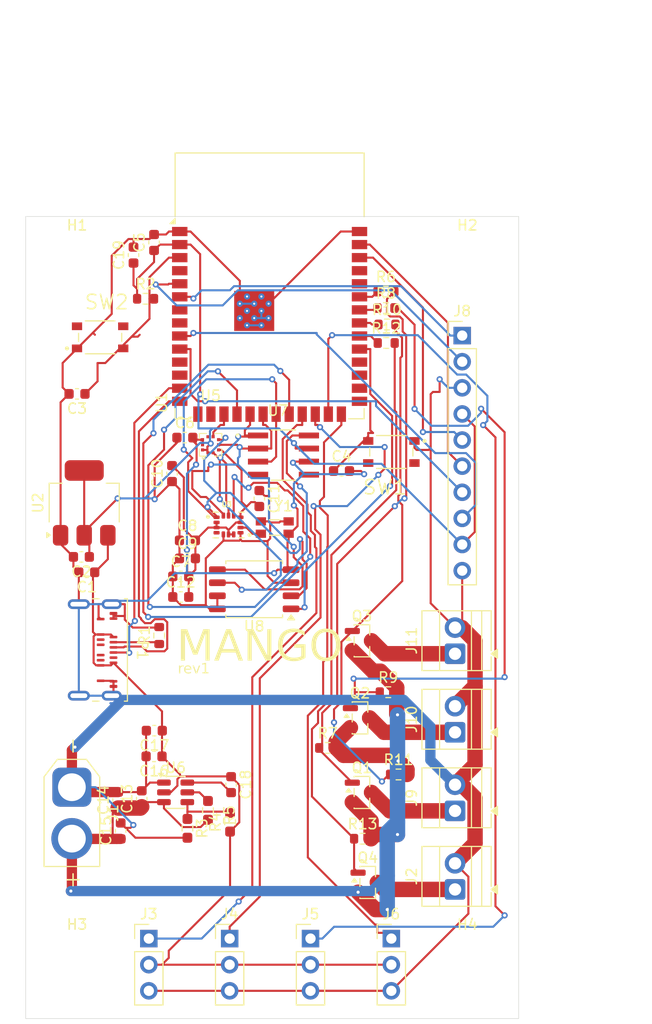
<source format=kicad_pcb>
(kicad_pcb (version 20241229) (generator "pcbnew") (generator_version "9.0")
  (layers (0 "F.Cu" signal) (2 "B.Cu" signal) (13 "F.Paste" user) (15 "B.Paste" user) (5 "F.SilkS" user "F.Silkscreen") (7 "B.SilkS" user "B.Silkscreen") (1 "F.Mask" user) (3 "B.Mask" user) (25 "Edge.Cuts" user))
  (net 0 "")
  (net 1 "GND")
  (net 2 "+5V")
  (net 3 "VCC")
  (net 4 "Net-(U1-EN)")
  (net 5 "Net-(U1-IO0)")
  (net 6 "NFVCC")
  (net 7 "Net-(U6-VBST)")
  (net 8 "Net-(J2-Pin_1)")
  (net 9 "SERVO1")
  (net 10 "SERVO2")
  (net 11 "SERVO3")
  (net 12 "SERVO4")
  (net 13 "GPIO1")
  (net 14 "GPIO4")
  (net 15 "GPIO2")
  (net 16 "GPIO3")
  (net 17 "Net-(J9-Pin_1)")
  (net 18 "Net-(J10-Pin_1)")
  (net 19 "Net-(J11-Pin_1)")
  (net 20 "Net-(P1-CC)")
  (net 22 "D-")
  (net 23 "D+")
  (net 24 "Net-(Q1-G)")
  (net 25 "Net-(Q2-G)")
  (net 26 "Net-(Q3-G)")
  (net 27 "Net-(Q4-G)")
  (net 28 "Net-(U6-VFB)")
  (net 29 "Net-(U6-EN)")
  (net 30 "PYRO1")
  (net 31 "PYRO2")
  (net 32 "PYRO3")
  (net 33 "PYRO4")
  (net 35 "SPI_SCLK")
  (net 36 "SPI_MISO")
  (net 38 "BARO_CS")
  (net 39 "MAG_CS")
  (net 41 "SCL")
  (net 42 "IMU_CS")
  (net 45 "SPI_MOSI")
  (net 47 "FLASH_CS")
  (net 48 "SDA")
  (net 49 "Net-(U3-INT2{slash}FSYNC{slash}CLKIN)")
  (footprint "TerminalBlock:TerminalBlock_Xinya_XY308-2.54-2P_1x02_P2.54mm_Horizontal" (layer "F.Cu") (at 53.8 54.52 90)
    (property "Reference" "J11")
    (property "Value" "Screw_Terminal_01x02")
  )
  (footprint "Resistor_SMD:R_0603_1608Metric_Pad0.98x0.95mm_HandSolder" (layer "F.Cu") (at 31.9 70.9 90)
    (property "Reference" "R4")
    (property "Value" "330")
  )
  (footprint "ICM:PQFN50P300X250X97-14N" (layer "F.Cu") (at 31.75 42)
    (property "Reference" "U3")
    (property "Value" "ICM-42688-P")
  )
  (footprint "TerminalBlock:TerminalBlock_Xinya_XY308-2.54-2P_1x02_P2.54mm_Horizontal" (layer "F.Cu") (at 53.8 69.8 90)
    (property "Reference" "J9")
    (property "Value" "Screw_Terminal_01x02")
  )
  (footprint "Resistor_SMD:R_0603_1608Metric_Pad0.98x0.95mm_HandSolder" (layer "F.Cu") (at 27.75 71.5 -90)
    (property "Reference" "R3")
    (property "Value" "60")
  )
  (footprint "Capacitor_SMD:C_0603_1608Metric" (layer "F.Cu") (at 17.425 45.1 180)
    (property "Reference" "C2")
    (property "Value" "10µF")
  )
  (footprint "Resistor_SMD:R_0603_1608Metric" (layer "F.Cu") (at 47.075 19.3)
    (property "Reference" "R6")
    (property "Value" "100")
  )
  (footprint "Capacitor_SMD:C_0603_1608Metric" (layer "F.Cu") (at 24.5 64.5 180)
    (property "Reference" "C16")
    (property "Value" "22µF")
  )
  (footprint "Capacitor_SMD:C_0603_1608Metric" (layer "F.Cu") (at 27.75 45.25)
    (property "Reference" "C9")
    (property "Value" "10n")
  )
  (footprint "Capacitor_SMD:C_0603_1608Metric" (layer "F.Cu") (at 27.75 43.5)
    (property "Reference" "C8")
    (property "Value" "2u2")
  )
  (footprint "RF_Module:ESP32-S3-WROOM-1" (layer "F.Cu") (at 35.75 18.72)
    (property "Reference" "U1")
    (property "Value" "ESP32-S3-WROOM-1" (hide yes))
  )
  (footprint "Resistor_SMD:R_0603_1608Metric" (layer "F.Cu") (at 25 52.75 90)
    (property "Reference" "R1")
    (property "Value" "5.1k")
  )
  (footprint "Resistor_SMD:R_0603_1608Metric" (layer "F.Cu") (at 41.4 63.68)
    (property "Reference" "R7")
    (property "Value" "10k")
  )
  (footprint "Resistor_SMD:R_0603_1608Metric" (layer "F.Cu") (at 23.675 20)
    (property "Reference" "R2")
    (property "Value" "10k")
  )
  (footprint "Resistor_SMD:R_0603_1608Metric_Pad0.98x0.95mm_HandSolder" (layer "F.Cu") (at 29.75 69.75 -90)
    (property "Reference" "R5")
    (property "Value" "10k")
  )
  (footprint "Capacitor_SMD:C_0603_1608Metric" (layer "F.Cu") (at 17.95 46.6 180)
    (property "Reference" "C1")
    (property "Value" "10µF")
  )
  (footprint "MLX90395KDC-BBA-101-SP:SOIC127P600X172-8N" (layer "F.Cu") (at 37.1 35.2)
    (property "Reference" "U7")
    (property "Value" "MLX90395KDC-BBA-001-SP")
  )
  (footprint "Capacitor_SMD:C_0603_1608Metric" (layer "F.Cu") (at 34.75 39.425 -90)
    (property "Reference" "C11")
    (property "Value" "100n")
  )
  (footprint "Package_SO:SOIC-8_5.3x5.3mm_P1.27mm" (layer "F.Cu") (at 34.25 48.25 180)
    (property "Reference" "U8")
    (property "Value" "W25Q16JVSS")
  )
  (footprint "Capacitor_SMD:C_0603_1608Metric" (layer "F.Cu") (at 27.1 49)
    (property "Reference" "C12")
    (property "Value" "100n")
  )
  (footprint "MountingHole:MountingHole_3.2mm_M3" (layer "F.Cu") (at 17 17)
    (property "Reference" "H1")
    (property "Value" "MountingHole")
  )
  (footprint "Connector_AMASS:AMASS_XT30U-F_1x02_P5.0mm_Vertical" (layer "F.Cu") (at 16.5 67.5 -90)
    (property "Reference" "J1")
    (property "Value" "Conn_01x02")
  )
  (footprint "Connector_PinHeader_2.54mm:PinHeader_1x10_P2.54mm_Vertical" (layer "F.Cu") (at 54.5 23.58)
    (property "Reference" "J8")
    (property "Value" "Conn_01x10")
  )
  (footprint "TerminalBlock:TerminalBlock_Xinya_XY308-2.54-2P_1x02_P2.54mm_Horizontal" (layer "F.Cu") (at 53.8 62.16 90)
    (property "Reference" "J10")
    (property "Value" "Screw_Terminal_01x02")
  )
  (footprint "Package_TO_SOT_SMD:SOT-23" (layer "F.Cu") (at 44.7375 53.26)
    (property "Reference" "Q3")
    (property "Value" "IRLML6402")
  )
  (footprint "Capacitor_SMD:C_0603_1608Metric" (layer "F.Cu") (at 32 67.25 -90)
    (property "Reference" "C18")
    (property "Value" "0.1µF")
  )
  (footprint "Connector_PinHeader_2.54mm:PinHeader_1x03_P2.54mm_Vertical" (layer "F.Cu") (at 47.6 82.22)
    (property "Reference" "J6")
    (property "Value" "Servo 1")
  )
  (footprint "Capacitor_SMD:C_0603_1608Metric" (layer "F.Cu") (at 21.25 71.75 90)
    (property "Reference" "C15")
    (property "Value" "0.1µF")
  )
  (footprint "easyeda2kicad:LGA-10_L2.0-W2.0-P0.50-BL" (layer "F.Cu") (at 30 34.2)
    (property "Reference" "U5")
    (property "Value" "BMP390_C5124834")
  )
  (footprint "Capacitor_SMD:C_0603_1608Metric" (layer "F.Cu") (at 26.25 37 90)
    (property "Reference" "C10")
    (property "Value" "100n")
  )
  (footprint "Capacitor_SMD:C_0603_1608Metric" (layer "F.Cu") (at 24.525 62 180)
    (property "Reference" "C17")
    (property "Value" "22µF")
  )
  (footprint "Package_TO_SOT_SMD:SOT-223-3_TabPin2" (layer "F.Cu") (at 17.7 39.85 90)
    (property "Reference" "U2")
    (property "Value" "LD1117S33TR_SOT223")
  )
  (footprint "Capacitor_SMD:C_0603_1608Metric" (layer "F.Cu") (at 27.5 33.5)
    (property "Reference" "C6")
    (property "Value" "100n")
  )
  (footprint "OV7604C7:OSC_OV-7604-C7-32.768KHZ-20PPM-TB-QA" (layer "F.Cu") (at 36.25 42.25)
    (property "Reference" "Y1")
    (property "Value" "OV-7604-C7-32.768KHZ-20PPM-TB-QA")
  )
  (footprint "Connector_PinHeader_2.54mm:PinHeader_1x03_P2.54mm_Vertical" (layer "F.Cu") (at 39.73 82.22)
    (property "Reference" "J5")
    (property "Value" "Servo 3")
  )
  (footprint "Connector_USB:USB_C_Receptacle_Amphenol_124019772112A" (layer "F.Cu") (at 17.35 54.15 -90)
    (property "Reference" "P1")
    (property "Value" "USB_C_Plug_USB2.0")
  )
  (footprint "Resistor_SMD:R_0603_1608Metric" (layer "F.Cu") (at 44.8 72.51)
    (property "Reference" "R13")
    (property "Value" "10k")
  )
  (footprint "TL3365AF180QG:SW_TL3365AF180QG" (layer "F.Cu") (at 19.25 23.75)
    (property "Reference" "SW2")
    (property "Value" "SW_Push")
  )
  (footprint "MountingHole:MountingHole_3.2mm_M3" (layer "F.Cu") (at 55 85)
    (property "Reference" "H4")
    (property "Value" "MountingHole")
  )
  (footprint "Connector_PinHeader_2.54mm:PinHeader_1x03_P2.54mm_Vertical" (layer "F.Cu") (at 23.99 82.22)
    (property "Reference" "J3")
    (property "Value" "Servo 1")
  )
  (footprint "Capacitor_SMD:C_0603_1608Metric" (layer "F.Cu") (at 21 68.75 90)
    (property "Reference" "C14")
    (property "Value" "10µF")
  )
  (footprint "Package_TO_SOT_SMD:SOT-23-6" (layer "F.Cu") (at 26.6 68)
    (property "Reference" "U6")
    (property "Value" "TPS565208")
  )
  (footprint "Capacitor_SMD:C_0603_1608Metric" (layer "F.Cu") (at 17 29.25 180)
    (property "Reference" "C3")
    (property "Value" "0.1µF")
  )
  (footprint "Package_TO_SOT_SMD:SOT-23" (layer "F.Cu") (at 45.3 76.76)
    (property "Reference" "Q4")
    (property "Value" "IRLML6402")
  )
  (footprint "Resistor_SMD:R_0603_1608Metric" (layer "F.Cu") (at 47.075 20.9)
    (property "Reference" "R8")
    (property "Value" "100")
  )
  (footprint "Capacitor_SMD:C_0603_1608Metric" (layer "F.Cu") (at 27.1 47)
    (property "Reference" "C7")
    (property "Value" "100n")
  )
  (footprint "Package_TO_SOT_SMD:SOT-23" (layer "F.Cu") (at 44.55 60.76)
    (property "Reference" "Q2")
    (property "Value" "IRLML6402")
  )
  (footprint "Resistor_SMD:R_0603_1608Metric" (layer "F.Cu") (at 47.175 22.5)
    (property "Reference" "R10")
    (property "Value" "100")
  )
  (footprint "Capacitor_SMD:C_0603_1608Metric" (layer "F.Cu") (at 24.5 14.525 90)
    (property "Reference" "C5")
    (property "Value" "0.1μF")
  )
  (footprint "Resistor_SMD:R_0603_1608Metric" (layer "F.Cu") (at 47.1 24.3)
    (property "Reference" "R12")
    (property "Value" "100")
  )
  (footprint "TL3365AF180QG:SW_TL3365AF180QG" (layer "F.Cu") (at 47.6 34.9 180)
    (property "Reference" "SW1")
    (property "Value" "SW_Push")
  )
  (footprint "Capacitor_SMD:C_0603_1608Metric" (layer "F.Cu") (at 23.3 68.625 90)
    (property "Reference" "C13")
    (property "Value" "10µF")
  )
  (footprint "Resistor_SMD:R_0603_1608Metric" (layer "F.Cu") (at 47.3 58.26)
    (property "Reference" "R9")
    (property "Value" "10k")
  )
  (footprint "Package_TO_SOT_SMD:SOT-23" (layer "F.Cu") (at 44.7375 68.01)
    (property "Reference" "Q1")
    (property "Value" "IRLML6402")
  )
  (footprint "TerminalBlock:TerminalBlock_Xinya_XY308-2.54-2P_1x02_P2.54mm_Horizontal" (layer "F.Cu") (at 53.8 77.44 90)
    (property "Reference" "J2")
    (property "Value" "Screw_Terminal_01x02")
  )
  (footprint "Resistor_SMD:R_0603_1608Metric" (layer "F.Cu") (at 48.3 66.26)
    (property "Reference" "R11")
    (property "Value" "10k")
  )
  (footprint "Connector_PinHeader_2.54mm:PinHeader_1x03_P2.54mm_Vertical" (layer "F.Cu") (at 31.86 82.22)
    (property "Reference" "J4")
    (property "Value" "Servo 2")
  )
  (footprint "Capacitor_SMD:C_0603_1608Metric" (layer "F.Cu") (at 42.75 36.75)
    (property "Reference" "C4")
    (property "Value" "0.1µF")
  )
  (footprint "MountingHole:MountingHole_3.2mm_M3" (layer "F.Cu") (at 55 17)
    (property "Reference" "H2")
    (property "Value" "MountingHole")
  )
  (footprint "Capacitor_SMD:C_0603_1608Metric" (layer "F.Cu") (at 22.5 15.75 90)
    (property "Reference" "C19")
    (property "Value" "10uf")
  )
  (footprint "MountingHole:MountingHole_3.2mm_M3" (layer "F.Cu") (at 17 85)
    (property "Reference" "H3")
    (property "Value" "MountingHole")
  )
  (gr_rect (start 12 12) (end 60 90) (stroke (width 0.05)) (fill no) (layer "Edge.Cuts"))
  (gr_text "rev1" (at 26.8 56.6 0) (layer "F.SilkS") (effects (font (size 1 1) (thickness 0.1)) (justify left bottom)))
  (gr_text "MANGO" (at 26.7 55.7 0) (layer "F.SilkS") (effects (font (size 3 3) (thickness 0.1)) (justify left bottom)))
  (segment (start 29.22 34.2) (end 29.24 34.2) (width 0.2) (layer "F.Cu") (net 1))
  (segment (start 55.101 79.799) (end 55.101 76.201) (width 0.2) (layer "F.Cu") (net 1))
  (segment (start 22.4226 51.9752) (end 24.9498 51.9752) (width 0.2) (layer "F.Cu") (net 1))
  (segment (start 54.5 51.6127) (end 54.5 46.44) (width 0.2) (layer "F.Cu") (net 1))
  (segment (start 27.3984 42.3734) (end 27.3984 37.3733) (width 0.2) (layer "F.Cu") (net 1))
  (segment (start 36.529 46.345) (end 36.19 46.684) (width 0.2) (layer "F.Cu") (net 1))
  (segment (start 18.74 23.5) (end 18.545 23.305) (width 0.2) (layer "F.Cu") (net 1))
  (segment (start 51.6483 29.06) (end 52.3022 29.06) (width 0.2) (layer "F.Cu") (net 1))
  (segment (start 20.55 57.2) (end 20.55 57.7) (width 0.2) (layer "F.Cu") (net 1))
  (segment (start 32.85 18.2583) (end 28.0517 13.46) (width 0.2) (layer "F.Cu") (net 1))
  (segment (start 32.915 41.25) (end 32.915 40.8032) (width 0.2) (layer "F.Cu") (net 1))
  (segment (start 19.3 57.15) (end 20.5 57.15) (width 0.2) (layer "F.Cu") (net 1))
  (segment (start 21.725 71.45) (end 21.25 70.975) (width 0.2) (layer "F.Cu") (net 1))
  (segment (start 27.3983 37.3733) (end 26.25 36.225) (width 0.2) (layer "F.Cu") (net 1))
  (segment (start 22.0094 14.1894) (end 20.3773 15.8215) (width 0.2) (layer "F.Cu") (net 1))
  (segment (start 22.5 14.1894) (end 22.0094 14.1894) (width 0.2) (layer "F.Cu") (net 1))
  (segment (start 20.375 49.7) (end 21.6517 49.7) (width 0.2) (layer "F.Cu") (net 1))
  (segment (start 22.6875 72.4125) (end 21.725 71.45) (width 0.2) (layer "F.Cu") (net 1))
  (segment (start 24.5 13.75) (end 24.0606 14.1894) (width 0.2) (layer "F.Cu") (net 1))
  (segment (start 21.725 71.45) (end 22.2081 71.45) (width 0.2) (layer "F.Cu") (net 1))
  (segment (start 21.6517 50.7126) (end 21.6517 50.7539) (width 0.2) (layer "F.Cu") (net 1))
  (segment (start 38.4675 42.1092) (end 37.7267 42.85) (width 0.2) (layer "F.Cu") (net 1))
  (segment (start 23.175 67.975) (end 21 67.975) (width 0.2) (layer "F.Cu") (net 1))
  (segment (start 33.4969 40.2213) (end 33.9432 39.775) (width 0.2) (layer "F.Cu") (net 1))
  (segment (start 52.3022 29.06) (end 52.3022 27.8295) (width 0.2) (layer "F.Cu") (net 1))
  (segment (start 19.0983 50.9483) (end 19.0983 49.7) (width 0.2) (layer "F.Cu") (net 1))
  (segment (start 15.4 30.075) (end 15.4 43) (width 0.2) (layer "F.Cu") (net 1))
  (segment (start 33.0195 39.7439) (end 33.0195 36.669) (width 0.2) (layer "F.Cu") (net 1))
  (segment (start 47.6 87.3) (end 31.86 87.3) (width 0.2) (layer "F.Cu") (net 1))
  (segment (start 53.8 67.26) (end 54.4654 67.26) (width 1.5) (layer "F.Cu") (net 1))
  (segment (start 33.0195 36.669) (end 31.0505 34.7) (width 0.2) (layer "F.Cu") (net 1))
  (segment (start 34.325 39.775) (end 34.75 40.2) (width 0.2) (layer "F.Cu") (net 1))
  (segment (start 55.751 68.5456) (end 55.751 72.949) (width 1.5) (layer "F.Cu") (net 1))
  (segment (start 20.5 57.15) (end 20.55 57.2) (width 0.2) (layer "F.Cu") (net 1))
  (segment (start 53.8 67.26) (end 55.751 65.309) (width 1.5) (layer "F.Cu") (net 1))
  (segment (start 51.4287 34.5) (end 51.4287 29.2796) (width 0.2) (layer "F.Cu") (net 1))
  (segment (start 47.6 87.3) (end 55.101 79.799) (width 0.2) (layer "F.Cu") (net 1))
  (segment (start 20.3773 21.4727) (end 18.545 23.305) (width 0.2) (layer "F.Cu") (net 1))
  (segment (start 38.0273 35.9419) (end 38.0658 35.9419) (width 0.2) (layer "F.Cu") (net 1))
  (segment (start 21.6517 50.0631) (end 21.6517 50.1446) (width 0.2) (layer "F.Cu") (net 1))
  (segment (start 20.55 57.2) (end 20.55 57.7) (width 0.2) (layer "F.Cu") (net 1))
  (segment (start 38.0658 35.9419) (end 38.1814 35.9419) (width 0.2) (layer "F.Cu") (net 1))
  (segment (start 23.725 64.5) (end 23.725 67.425) (width 0.2) (layer "F.Cu") (net 1))
  (segment (start 44.5 13.46) (end 42.67 13.46) (width 0.2) (layer "F.Cu") (net 1))
  (segment (start 55.101 76.201) (end 53.8 74.9) (width 0.2) (layer "F.Cu") (net 1))
  (segment (start 27.3984 37.3733) (end 27.3983 37.3733) (width 0.2) (layer "F.Cu") (net 1))
  (segment (start 19.3 51.15) (end 19.0983 50.9483) (width 0.2) (layer "F.Cu") (net 1))
  (segment (start 28.375 33.9) (end 28.6402 34.1652) (width 0.2) (layer "F.Cu") (net 1))
  (segment (start 37.8375 46.345) (end 36.529 46.345) (width 0.2) (layer "F.Cu") (net 1))
  (segment (start 47.6 87.3) (end 39.73 87.3) (width 0.2) (layer "F.Cu") (net 1))
  (segment (start 28.5883 33.9) (end 28.5883 33.7) (width 0.2) (layer "F.Cu") (net 1))
  (segment (start 29.22 33.7) (end 29.22 33.7483) (width 0.2) (layer "F.Cu") (net 1))
  (segment (start 31.75 42.4935) (end 32.4935 41.75) (width 0.2) (layer "F.Cu") (net 1))
  (segment (start 55.751 57.669) (end 53.8 59.62) (width 1.5) (layer "F.Cu") (net 1))
  (segment (start 54.1327 51.98) (end 54.4654 51.98) (width 1.5) (layer "F.Cu") (net 1))
  (segment (start 24.5 13.75) (end 25.6583 13.75) (width 0.2) (layer "F.Cu") (net 1))
  (segment (start 15.4 43.85) (end 15.4 43) (width 0.2) (layer "F.Cu") (net 1))
  (segment (start 31.75 42.915) (end 32.25 42.915) (width 0.2) (layer "F.Cu") (net 1))
  (segment (start 34.25 21.18) (end 34.25 20.48) (width 0.2) (layer "F.Cu") (net 1))
  (segment (start 43.525 36.75) (end 44.6446 36.75) (width 0.2) (layer "F.Cu") (net 1))
  (segment (start 34.25 21.88) (end 34.25 21.18) (width 0.2) (layer "F.Cu") (net 1))
  (segment (start 34.95 19.78) (end 34.95 21.18) (width 0.2) (layer "F.Cu") (net 1))
  (segment (start 24.9498 51.9752) (end 25 51.925) (width 0.2) (layer "F.Cu") (net 1))
  (segment (start 17.175 46.6) (end 16.65 46.075) (width 0.2) (layer "F.Cu") (net 1))
  (segment (start 32.915 40.8032) (end 33.4969 40.2213) (width 0.2) (layer "F.Cu") (net 1))
  (segment (start 22.5 14.975) (end 22.5 14.1894) (width 0.2) (layer "F.Cu") (net 1))
  (segment (start 18.545 23.305) (end 15.6 26.25) (width 0.2) (layer "F.Cu") (net 1))
  (segment (start 20.55 50.85) (end 20.55 51.1) (width 0.2) (layer "F.Cu") (net 1))
  (segment (start 15.6 28.625) (end 16.225 29.25) (width 0.2) (layer "F.Cu") (net 1))
  (segment (start 28.375 33.9) (end 28.5883 33.9) (width 0.2) (layer "F.Cu") (net 1))
  (segment (start 32.85 20.48) (end 32.85 21.88) (width 0.2) (layer "F.Cu") (net 1))
  (segment (start 24.1 67.05) (end 23.725 67.425) (width 0.2) (layer "F.Cu") (net 1))
  (segment (start 15.6 26.25) (end 15.6 28.625) (width 0.2) (layer "F.Cu") (net 1))
  (segment (start 27.875 49) (end 27.875 47) (width 0.2) (layer "F.Cu") (net 1))
  (segment (start 51.4287 49.6087) (end 51.4287 34.5) (width 0.2) (layer "F.Cu") (net 1))
  (segment (start 16.65 46.075) (end 16.65 45.1) (width 0.2) (layer "F.Cu") (net 1))
  (segment (start 27.75 72.4125) (end 22.6875 72.4125) (width 0.2) (layer "F.Cu") (net 1))
  (segment (start 29.24 33.7483) (end 29.22 33.7483) (width 0.2) (layer "F.Cu") (net 1))
  (segment (start 28.275 33.5) (end 28.375 33.6) (width 0.2) (layer "F.Cu") (net 1))
  (segment (start 31.75 42.915) (end 31.75 42.4935) (width 0.2) (layer "F.Cu") (net 1))
  (segment (start 16.225 29.25) (end 15.4 30.075) (width 0.2) (layer "F.Cu") (net 1))
  (segment (start 37.494 43.6577) (end 37.494 46.0015) (width 0.2) (layer "F.Cu") (net 1))
  (segment (start 38.1108 40.0972) (end 38.4675 40.4539) (width 0.2) (layer "F.Cu") (net 1))
  (segment (start 20.55 50.85) (end 21.6517 50.85) (width 0.2) (layer "F.Cu") (net 1))
  (segment (start 21.6517 50.7539) (end 21.6517 50.85) (width 0.2) (layer "F.Cu") (net 1))
  (segment (start 28.525 43.5) (end 29.775 42.25) (width 0.2) (layer "F.Cu") (net 1))
  (segment (start 54.4654 67.26) (end 55.751 68.5456) (width 1.5) (layer "F.Cu") (net 1))
  (segment (start 55.751 65.309) (end 55.751 57.669) (width 1.5) (layer "F.Cu") (net 1))
  (segment (start 16.5 63.9) (end 16.8 63.6) (width 1) (layer "F.Cu") (net 1))
  (segment (start 25.4625 67.05) (end 24.1 67.05) (width 0.2) (layer "F.Cu") (net 1))
  (segment (start 28.525 43.5) (end 28.525 45.25) (width 0.2) (layer "F.Cu") (net 1))
  (segment (start 28.525 43.5) (end 27.3984 42.3734) (width 0.2) (layer "F.Cu") (net 1))
  (segment (start 20.3773 15.8215) (end 20.3773 21.4727) (width 0.2) (layer "F.Cu") (net 1))
  (segment (start 28.6402 36.0731) (end 28.5883 36.125) (width 0.2) (layer "F.Cu") (net 1))
  (segment (start 32.4935 41.75) (end 32.915 41.75) (width 0.2) (layer "F.Cu") (net 1))
  (segment (start 33.55 19.78) (end 33.55 21.18) (width 0.2) (layer "F.Cu") (net 1))
  (segment (start 34.95 22.58) (end 34.95 21.18) (width 0.2) (layer "F.Cu") (net 1))
  (segment (start 23.725 67.425) (end 23.3 67.85) (width 0.2) (layer "F.Cu") (net 1))
  (segment (start 37.7267 42.85) (end 37.6 42.85) (width 0.2) (layer "F.Cu") (net 1))
  (segment (start 31.86 87.3) (end 23.99 87.3) (width 0.2) (layer "F.Cu") (net 1))
  (segment (start 30.78 34.7) (end 30.8 34.7) (width 0.2) (layer "F.Cu") (net 1))
  (segment (start 21.6517 49.7) (end 21.6517 50.0218) (width 0.2) (layer "F.Cu") (net 1))
  (segment (start 33.9432 39.775) (end 34.325 39.775) (width 0.2) (layer "F.Cu") (net 1))
  (segment (start 16.65 45.1) (end 15.4 43.85) (width 0.2) (layer "F.Cu") (net 1))
  (segment (start 28.5883 33.7) (end 29.0142 33.7) (width 0.2) (layer "F.Cu") (net 1))
  (segment (start 21.6517 51.2043) (end 22.4226 51.9752) (width 0.2) (layer "F.Cu") (net 1))
  (segment (start 29.0625 33.7483) (end 29.0142 33.7) (width 0.2) (layer "F.Cu") (net 1))
  (segment (start 32.85 20.48) (end 32.85 18.2583) (width 0.2) (layer "F.Cu") (net 1))
  (segment (start 23.725 64.5) (end 23.725 62.025) (width 0.2) (layer "F.Cu") (net 1))
  (segment (start 28.525 46.35) (end 27.875 47) (width 0.2) (layer "F.Cu") (net 1))
  (segment (start 28.525 45.25) (end 28.525 46.35) (width 0.2) (layer "F.Cu") (net 1))
  (segment (start 16.5 67.5) (end 16.5 63.9) (width 1) (layer "F.Cu") (net 1))
  (segment (start 21 67.975) (end 16.975 67.975) (width 1) (layer "F.Cu") (net 1))
  (segment (start 21.6517 50.1446) (end 21.6517 50.1859) (width 0.2) (layer "F.Cu") (net 1))
  (segment (start 32.915 41.25) (end 32.915 41.75) (width 0.2) (layer "F.Cu") (net 1))
  (segment (start 16.975 67.975) (end 16.5 67.5) (width 1) (layer "F.Cu") (net 1))
  (segment (start 30.585 42.25) (end 30.585 41.75) (width 0.2) (layer "F.Cu") (net 1))
  (segment (start 31.5065 42.25) (end 31.75 42.4935) (width 0.2) (layer "F.Cu") (net 1))
  (segment (start 27.7276 44.4518) (end 27.7276 46.8526) (width 0.2) (layer "F.Cu") (net 1))
  (segment (start 29.24 34.2) (end 29.24 33.7483) (width 0.2) (layer "F.Cu") (net 1))
  (segment (start 24.0606 14.1894) (end 22.5 14.1894) (width 0.2) (layer "F.Cu") (net 1))
  (segment (start 38.0273 35.9419) (end 38.0658 35.9419) (width 0.2) (layer "F.Cu") (net 1))
  (segment (start 54.1327 51.98) (end 54.5 51.6127) (width 0.2) (layer "F.Cu") (net 1))
  (segment (start 23.725 62.025) (end 23.75 62) (width 0.2) (layer "F.Cu") (net 1))
  (segment (start 20.55 58.425) (end 20.375 58.6) (width 0.2) (layer "F.Cu") (net 1))
  (segment (start 21.6517 50.85) (end 21.6517 51.2043) (width 0.2) (layer "F.Cu") (net 1))
  (segment (start 44.6446 36.75) (end 44.9498 37.0552) (width 0.2) (layer "F.Cu") (net 1))
  (segment (start 38.2883 35.835) (end 39.575 35.835) (width 0.2) (layer "F.Cu") (net 1))
  (segment (start 33.4969 40.2213) (end 33.0195 39.7439) (width 0.2) (layer "F.Cu") (net 1))
  (segment (start 27.7004 44.4246) (end 27.7276 44.4518) (width 0.2) (layer "F.Cu") (net 1))
  (segment (start 49.85 33.825) (end 49.85 34.49) (width 0.2) (layer "F.Cu") (net 1))
  (segment (start 42.67 13.46) (end 35.65 20.48) (width 0.2) (layer "F.Cu") (net 1))
  (segment (start 53.8 51.98) (end 54.1327 51.98) (width 1.5) (layer "F.Cu") (net 1))
  (segment (start 25.6583 13.75) (end 25.9483 13.46) (width 0.2) (layer "F.Cu") (net 1))
  (segment (start 28.375 33.6) (end 28.375 33.9) (width 0.2) (layer "F.Cu") (net 1))
  (segment (start 21.6517 50.0218) (end 21.6517 50.0631) (width 0.2) (layer "F.Cu") (net 1))
  (segment (start 30.585 42.25) (end 31.5065 42.25) (width 0.2) (layer "F.Cu") (net 1))
  (segment (start 23.3 67.85) (end 23.175 67.975) (width 0.2) (layer "F.Cu") (net 1))
  (segment (start 51.2287 34.7) (end 51.4287 34.5) (width 0.2) (layer "F.Cu") (net 1))
  (segment (start 49.85 34.49) (end 50.06 34.7) (width 0.2) (layer "F.Cu") (net 1))
  (segment (start 28.6402 34.1652) (end 28.6402 36.0731) (width 0.2) (layer "F.Cu") (net 1))
  (segment (start 29.24 33.7) (end 29.0142 33.7) (width 0.2) (layer "F.Cu") (net 1))
  (segment (start 22.2081 71.45) (end 22.4836 71.1745) (width 0.2) (layer "F.Cu") (net 1))
  (segment (start 21.6517 50.1859) (end 21.6517 50.7126) (width 0.2) (layer "F.Cu") (net 1))
  (segment (start 50.06 34.7) (end 51.2287 34.7) (width 0.2) (layer "F.Cu") (net 1))
  (segment (start 38.1814 35.9419) (end 38.2883 35.835) (width 0.2) (layer "F.Cu") (net 1))
  (segment (start 38.4675 40.4539) (end 38.4675 42.1092) (width 0.2) (layer "F.Cu") (net 1))
  (segment (start 35.65 20.48) (end 35.65 21.88) (width 0.2) (layer "F.Cu") (net 1))
  (segment (start 37.6 42.85) (end 37.6 43.5517) (width 0.2) (layer "F.Cu") (net 1))
  (segment (start 17.175 46.6) (end 17.175 49.7) (width 0.2) (layer "F.Cu") (net 1))
  (segment (start 31.0505 34.7) (end 30.8 34.7) (width 0.2) (layer "F.Cu") (net 1))
  (segment (start 51.4287 29.2796) (end 51.6483 29.06) (width 0.2) (layer "F.Cu") (net 1))
  (segment (start 37.494 46.0015) (end 37.8375 46.345) (width 0.2) (layer "F.Cu") (net 1))
  (segment (start 29.775 42.25) (end 30.585 42.25) (width 0.2) (layer "F.Cu") (net 1))
  (segment (start 20.55 57.7) (end 20.55 58.425) (width 0.2) (layer "F.Cu") (net 1))
  (segment (start 27.7276 46.8526) (end 27.875 47) (width 0.2) (layer "F.Cu") (net 1))
  (segment (start 55.751 72.949) (end 53.8 74.9) (width 1.5) (layer "F.Cu") (net 1))
  (segment (start 20.55 50.6) (end 20.55 50.85) (width 0.2) (layer "F.Cu") (net 1))
  (segment (start 20.375 49.7) (end 19.0983 49.7) (width 0.2) (layer "F.Cu") (net 1))
  (segment (start 33.55 21.18) (end 33.55 22.58) (width 0.2) (layer "F.Cu") (net 1))
  (segment (start 25.9483 13.46) (end 27 13.46) (width 0.2) (layer "F.Cu") (net 1))
  (segment (start 37.6 43.5517) (end 37.494 43.6577) (width 0.2) (layer "F.Cu") (net 1))
  (segment (start 28.0517 13.46) (end 27 13.46) (width 0.2) (layer "F.Cu") (net 1))
  (segment (start 29.22 33.7483) (end 29.0625 33.7483) (width 0.2) (layer "F.Cu") (net 1))
  (segment (start 53.8 51.98) (end 51.4287 49.6087) (width 0.2) (layer "F.Cu") (net 1))
  (segment (start 54.4654 51.98) (end 55.751 53.2656) (width 1.5) (layer "F.Cu") (net 1))
  (segment (start 55.751 53.2656) (end 55.751 57.669) (width 1.5) (layer "F.Cu") (net 1))
  (via (at 28.5883 36.125) (size 0.6) (drill 0.3) (layers "F.Cu" "B.Cu") (net 1))
  (via (at 38.1108 40.0972) (size 0.6) (drill 0.3) (layers "F.Cu" "B.Cu") (net 1))
  (via (at 22.4836 71.1745) (size 0.6) (drill 0.3) (layers "F.Cu" "B.Cu") (net 1))
  (via (at 27.7004 44.4246) (size 0.6) (drill 0.3) (layers "F.Cu" "B.Cu") (net 1))
  (via (at 44.9498 37.0552) (size 0.6) (drill 0.3) (layers "F.Cu" "B.Cu") (net 1))
  (via (at 52.3022 27.8295) (size 0.6) (drill 0.3) (layers "F.Cu" "B.Cu") (net 1))
  (via (at 36.19 46.684) (size 0.6) (drill 0.3) (layers "F.Cu" "B.Cu") (net 1))
  (via (at 16.8 63.6) (size 0.6) (drill 0.3) (layers "F.Cu" "B.Cu") (net 1))
  (via (at 38.0273 35.9419) (size 0.6) (drill 0.3) (layers "F.Cu" "B.Cu") (net 1))
  (segment (start 19.9197 49.3691) (end 23.8395 49.3691) (width 0.2) (layer "B.Cu") (net 1))
  (segment (start 21.392 59.008) (end 20.783 59.008) (width 0.2) (layer "B.Cu") (net 1))
  (segment (start 36.19 46.684) (end 27.7004 46.684) (width 0.2) (layer "B.Cu") (net 1))
  (segment (start 20.783 59.008) (end 20.375 58.6) (width 0.2) (layer "B.Cu") (net 1))
  (segment (start 35.65 21.88) (end 34.95 21.88) (width 0.2) (layer "B.Cu") (net 1))
  (segment (start 26.5246 46.684) (end 27.7004 46.684) (width 0.2) (layer "B.Cu") (net 1))
  (segment (start 18.775 49.7) (end 20.375 49.7) (width 0.2) (layer "B.Cu") (net 1))
  (segment (start 21.1164 59.3336) (end 21.0664 59.3336) (width 0.2) (layer "B.Cu") (net 1))
  (segment (start 54.5 28.66) (end 53.1327 28.66) (width 0.2) (layer "B.Cu") (net 1))
  (segment (start 27.7004 44.4246) (end 27.7004 37.0129) (width 0.2) (layer "B.Cu") (net 1))
  (segment (start 16.8 63.6) (end 20.6585 59.7415) (width 1) (layer "B.Cu") (net 1))
  (segment (start 17.175 58.6) (end 17.175 49.7) (width 0.2) (layer "B.Cu") (net 1))
  (segment (start 19.5888 49.7) (end 19.9197 49.3691) (width 0.2) (layer "B.Cu") (net 1))
  (segment (start 21.13 59.32) (end 21.1164 59.3336) (width 0.2) (layer "B.Cu") (net 1))
  (segment (start 20.6585 59.7415) (end 21.0664 59.3336) (width 1) (layer "B.Cu") (net 1))
  (segment (start 23.8395 49.3691) (end 26.5246 46.684) (width 0.2) (layer "B.Cu") (net 1))
  (segment (start 18.8091 67.5) (end 16.5 67.5) (width 0.2) (layer "B.Cu") (net 1))
  (segment (start 21.0664 59.3336) (end 21.392 59.008) (width 1) (layer "B.Cu") (net 1))
  (segment (start 21.0664 59.3336) (end 20.6585 59.3336) (width 0.2) (layer "B.Cu") (net 1))
  (segment (start 51.4 61.607) (end 51.4 64.86) (width 1) (layer "B.Cu") (net 1))
  (segment (start 51.4 64.86) (end 53.8 67.26) (width 1) (layer "B.Cu") (net 1))
  (segment (start 27.7004 46.684) (end 27.7004 44.4246) (width 0.2) (layer "B.Cu") (net 1))
  (segment (start 38.1108 37.9662) (end 38.1108 40.0972) (width 0.2) (layer "B.Cu") (net 1))
  (segment (start 34.95 22.58) (end 33.55 22.58) (width 0.2) (layer "B.Cu") (net 1))
  (segment (start 21.392 59.008) (end 48.801 59.008) (width 1) (layer "B.Cu") (net 1))
  (segment (start 39.0812 36.9958) (end 39.1406 37.0552) (width 0.2) (layer "B.Cu") (net 1))
  (segment (start 17.175 49.7) (end 18.775 49.7) (width 0.2) (layer "B.Cu") (net 1))
  (segment (start 48.801 59.008) (end 51.4 61.607) (width 1) (layer "B.Cu") (net 1))
  (segment (start 27.7004 37.0129) (end 28.5883 36.125) (width 0.2) (layer "B.Cu") (net 1))
  (segment (start 20.6585 59.7415) (end 20.6585 59.3336) (width 0.2) (layer "B.Cu") (net 1))
  (segment (start 34.95 21.88) (end 34.95 21.18) (width 0.2) (layer "B.Cu") (net 1))
  (segment (start 20.6585 59.3336) (end 20.2506 59.3336) (width 0.2) (layer "B.Cu") (net 1))
  (segment (start 22.4836 71.1745) (end 18.8091 67.5) (width 0.2) (layer "B.Cu") (net 1))
  (segment (start 34.95 21.88) (end 34.25 21.88) (width 0.2) (layer "B.Cu") (net 1))
  (segment (start 17.175 58.6) (end 18.5517 58.6) (width 0.2) (layer "B.Cu") (net 1))
  (segment (start 39.0812 36.9958) (end 38.1108 37.9662) (width 0.2) (layer "B.Cu") (net 1))
  (segment (start 39.1406 37.0552) (end 44.9498 37.0552) (width 0.2) (layer "B.Cu") (net 1))
  (segment (start 38.0273 35.9419) (end 39.0812 36.9958) (width 0.2) (layer "B.Cu") (net 1))
  (segment (start 32.85 20.48) (end 34.25 20.48) (width 0.2) (layer "B.Cu") (net 1))
  (segment (start 53.1327 28.66) (end 52.3022 27.8295) (width 0.2) (layer "B.Cu") (net 1))
  (segment (start 20.2506 59.3336) (end 20.6585 59.7415) (width 0.2) (layer "B.Cu") (net 1))
  (segment (start 20.375 58.6) (end 18.5517 58.6) (width 0.2) (layer "B.Cu") (net 1))
  (segment (start 18.775 49.7) (end 19.5888 49.7) (width 0.2) (layer "B.Cu") (net 1))
  (segment (start 26.774 66.709) (end 27.034 66.449) (width 0.2) (layer "F.Cu") (net 2))
  (segment (start 25.275 64.5) (end 27.034 66.259) (width 0.2) (layer "F.Cu") (net 2))
  (segment (start 25.275 62.025) (end 25.3 62) (width 0.2) (layer "F.Cu") (net 2))
  (segment (start 25.27 84.76) (end 31.86 84.76) (width 0.2) (layer "F.Cu") (net 2))
  (segment (start 25.93 84.1) (end 25.27 84.76) (width 0.2) (layer "F.Cu") (net 2))
  (segment (start 20 45.325) (end 18.725 46.6) (width 0.2) (layer "F.Cu") (net 2))
  (segment (start 25.275 64.5) (end 25.275 62.1059) (width 0.2) (layer "F.Cu") (net 2))
  (segment (start 18.862 55.65) (end 18.6144 55.4024) (width 0.2) (layer "F.Cu") (net 2))
  (segment (start 20.3 52.65) (end 20.55 52.9) (width 0.2) (layer "F.Cu") (net 2))
  (segment (start 18.5517 46.7733) (end 18.5517 52.4037) (width 0.2) (layer "F.Cu") (net 2))
  (segment (start 18.6144 52.8336) (end 18.798 52.65) (width 0.2) (layer "F.Cu") (net 2))
  (segment (start 26.774 67.351) (end 26.774 66.709) (width 0.2) (layer "F.Cu") (net 2))
  (segment (start 20.3 55.65) (end 19.3 55.65) (width 0.2) (layer "F.Cu") (net 2))
  (segment (start 31.9 77.4283) (end 25.93 83.3983) (width 0.2) (layer "F.Cu") (net 2))
  (segment (start 18.6144 55.4024) (end 18.6144 52.8336) (width 0.2) (layer "F.Cu") (net 2))
  (segment (start 25.275 60.125) (end 20.55 55.4) (width 0.2) (layer "F.Cu") (net 2))
  (segment (start 19.3 55.65) (end 18.862 55.65) (width 0.2) (layer "F.Cu") (net 2))
  (segment (start 19.3 52.65) (end 20.3 52.65) (width 0.2) (layer "F.Cu") (net 2))
  (segment (start 31.86 84.76) (end 39.73 84.76) (width 0.2) (layer "F.Cu") (net 2))
  (segment (start 25.93 83.3983) (end 25.93 84.1) (width 0.2) (layer "F.Cu") (net 2))
  (segment (start 20 43) (end 20 45.325) (width 0.2) (layer "F.Cu") (net 2))
  (segment (start 25.4625 68) (end 26.125 68) (width 0.2) (layer "F.Cu") (net 2))
  (segment (start 27.034 66.449) (end 31.974 66.449) (width 0.2) (layer "F.Cu") (net 2))
  (segment (start 27.034 66.259) (end 27.034 66.449) (width 0.2) (layer "F.Cu") (net 2))
  (segment (start 25.275 62.1059) (end 25.275 62.025) (width 0.2) (layer "F.Cu") (net 2))
  (segment (start 32 66.475) (end 32.8 67.275) (width 0.2) (layer "F.Cu") (net 2))
  (segment (start 25.275 62.1059) (end 25.275 60.125) (width 0.2) (layer "F.Cu") (net 2))
  (segment (start 31.974 66.449) (end 32 66.475) (width 0.2) (layer "F.Cu") (net 2))
  (segment (start 26.125 68) (end 26.774 67.351) (width 0.2) (layer "F.Cu") (net 2))
  (segment (start 18.5517 52.4037) (end 18.798 52.65) (width 0.2) (layer "F.Cu") (net 2))
  (segment (start 32.8 70.9125) (end 31.9 71.8125) (width 0.2) (layer "F.Cu") (net 2))
  (segment (start 25.27 84.76) (end 23.99 84.76) (width 0.2) (layer "F.Cu") (net 2))
  (segment (start 18.725 46.6) (end 18.5517 46.7733) (width 0.2) (layer "F.Cu") (net 2))
  (segment (start 31.9 71.8125) (end 31.9 77.4283) (width 0.2) (layer "F.Cu") (net 2))
  (segment (start 20.55 55.4) (end 20.3 55.65) (width 0.2) (layer "F.Cu") (net 2))
  (segment (start 39.73 84.76) (end 47.6 84.76) (width 0.2) (layer "F.Cu") (net 2))
  (segment (start 32.8 67.275) (end 32.8 70.9125) (width 0.2) (layer "F.Cu") (net 2))
  (segment (start 18.798 52.65) (end 19.3 52.65) (width 0.2) (layer "F.Cu") (net 2))
  (segment (start 18.2 43.8167) (end 18.2 43.5) (width 0.2) (layer "F.Cu") (net 3))
  (segment (start 31.25 42.915) (end 31.2568 42.9218) (width 0.2) (layer "F.Cu") (net 3))
  (segment (start 30.6625 50.155) (end 29.898 50.155) (width 0.2) (layer "F.Cu") (net 3))
  (segment (start 17.7 43) (end 17.7 36.7) (width 0.2) (layer "F.Cu") (net 3))
  (segment (start 26.25 37.802) (end 26.25 37.775) (width 0.2) (layer "F.Cu") (net 3))
  (segment (start 35.7017 39.1767) (end 35.2767 39.1767) (width 0.2) (layer "F.Cu") (net 3))
  (segment (start 29.6917 34.3935) (end 29.6917 34.7) (width 0.2) (layer "F.Cu") (net 3))
  (segment (start 29.75 34.98) (end 29.76 34.97) (width 0.2) (layer "F.Cu") (net 3))
  (segment (start 35.8061 43.3094) (end 35.5515 43.564) (width 0.2) (layer "F.Cu") (net 3))
  (segment (start 26.325 49) (end 26.325 47) (width 0.2) (layer "F.Cu") (net 3))
  (segment (start 22.85 19.0406) (end 22.85 20) (width 0.2) (layer "F.Cu") (net 3))
  (segment (start 31.2569 42.9218) (end 31.2569 43.5228) (width 0.2) (layer "F.Cu") (net 3))
  (segment (start 26.625 34.1) (end 25.938 34.787) (width 0.2) (layer "F.Cu") (net 3))
  (segment (start 30.0101 34.0751) (end 29.6917 34.3935) (width 0.2) (layer "F.Cu") (net 3))
  (segment (start 31.2569 43.5228) (end 32.8087 43.5228) (width 0.2) (layer "F.Cu") (net 3))
  (segment (start 35.2767 39.1767) (end 34.75 38.65) (width 0.2) (layer "F.Cu") (net 3))
  (segment (start 26.625 34.1) (end 26.625 33.9183) (width 0.2) (layer "F.Cu") (net 3))
  (segment (start 22.85 18.0813) (end 22.85 19.0406) (width 0.2) (layer "F.Cu") (net 3))
  (segment (start 24.5 15.3) (end 25.07 14.73) (width 0.2) (layer "F.Cu") (net 3))
  (segment (start 54.5 43.9) (end 55.7161 42.6839) (width 0.2) (layer "F.Cu") (net 3))
  (segment (start 22.5 18.6906) (end 22.5 16.525) (width 0.2) (layer "F.Cu") (net 3))
  (segment (start 36.2107 47.615) (end 37.8375 47.615) (width 0.2) (layer "F.Cu") (net 3))
  (segment (start 35.5515 46.9558) (end 36.2107 47.615) (width 0.2) (layer "F.Cu") (net 3))
  (segment (start 26.625 33.9183) (end 26.625 33.9) (width 0.2) (layer "F.Cu") (net 3))
  (segment (start 25.07 14.73) (end 27 14.73) (width 0.2) (layer "F.Cu") (net 3))
  (segment (start 29.76 34.97) (end 29.77 34.98) (width 0.2) (layer "F.Cu") (net 3))
  (segment (start 24.5573 36.1677) (end 24.5573 39.4947) (width 0.2) (layer "F.Cu") (net 3))
  (segment (start 36.7983 41.65) (end 36.6939 41.7544) (width 0.2) (layer "F.Cu") (net 3))
  (segment (start 26.975 43.5) (end 26.975 45.25) (width 0.2) (layer "F.Cu") (net 3))
  (segment (start 26.825 33.9) (end 26.625 34.1) (width 0.2) (layer "F.Cu") (net 3))
  (segment (start 29.898 50.155) (end 29.5371 49.7941) (width 0.2) (layer "F.Cu") (net 3))
  (segment (start 32.8087 43.5228) (end 32.915 43.4165) (width 0.2) (layer "F.Cu") (net 3))
  (segment (start 29.6917 34.9017) (end 29.76 34.97) (width 0.2) (layer "F.Cu") (net 3))
  (segment (start 55.7161 32.4161) (end 54.5 31.2) (width 0.2) (layer "F.Cu") (net 3))
  (segment (start 26.975 43.5) (end 26.975 38.5) (width 0.2) (layer "F.Cu") (net 3))
  (segment (start 26.325 45.9) (end 26.975 45.25) (width 0.2) (layer "F.Cu") (net 3))
  (segment (start 32.915 43.4165) (end 32.915 42.75) (width 0.2) (layer "F.Cu") (net 3))
  (segment (start 22.85 19.0406) (end 22.5 18.6906) (width 0.2) (layer "F.Cu") (net 3))
  (segment (start 25.938 34.787) (end 26.625 34.1) (width 0.2) (layer "F.Cu") (net 3))
  (segment (start 29.22 34.7) (end 29.24 34.7) (width 0.2) (layer "F.Cu") (net 3))
  (segment (start 29.5371 45.2426) (end 31.2569 43.5228) (width 0.2) (layer "F.Cu") (net 3))
  (segment (start 35.5515 43.564) (end 35.5515 46.9558) (width 0.2) (layer "F.Cu") (net 3))
  (segment (start 24.5 15.3) (end 24.5 16.4313) (width 0.2) (layer "F.Cu") (net 3))
  (segment (start 35.7017 41.65) (end 35.7017 39.1767) (width 0.2) (layer "F.Cu") (net 3))
  (segment (start 18.2 43.8167) (end 18.2 42.1652) (width 0.2) (layer "F.Cu") (net 3))
  (segment (start 27 14.73) (end 28.0517 14.73) (width 0.2) (layer "F.Cu") (net 3))
  (segment (start 33.0625 43.564) (end 32.915 43.4165) (width 0.2) (layer "F.Cu") (net 3))
  (segment (start 39.575 34.565) (end 38.2883 34.565) (width 0.2) (layer "F.Cu") (net 3))
  (segment (start 31.2568 42.9218) (end 31.2569 42.9218) (width 0.2) (layer "F.Cu") (net 3))
  (segment (start 18.2 45.1) (end 18.2 43.8167) (width 0.2) (layer "F.Cu") (net 3))
  (segment (start 30.6625 50.155) (end 30.6625 48.885) (width 0.2) (layer "F.Cu") (net 3))
  (segment (start 25.938 34.787) (end 24.5573 36.1677) (width 0.2) (layer "F.Cu") (net 3))
  (segment (start 55.7161 42.6839) (end 55.7161 32.4161) (width 0.2) (layer "F.Cu") (net 3))
  (segment (start 28.9895 15.6678) (end 28.9895 29.2896) (width 0.2) (layer "F.Cu") (net 3))
  (segment (start 35.5515 43.564) (end 33.0625 43.564) (width 0.2) (layer "F.Cu") (net 3))
  (segment (start 35.8061 41.7544) (end 35.7017 41.65) (width 0.2) (layer "F.Cu") (net 3))
  (segment (start 38.2883 34.565) (end 38.2883 34.2095) (width 0.2) (layer "F.Cu") (net 3))
  (segment (start 35.8061 41.7544) (end 35.8061 43.3094) (width 0.2) (layer "F.Cu") (net 3))
  (segment (start 24.5 16.4313) (end 22.85 18.0813) (width 0.2) (layer "F.Cu") (net 3))
  (segment (start 18.2 43.5) (end 17.7 43) (width 0.2) (layer "F.Cu") (net 3))
  (segment (start 26.725 33.5) (end 26.725 33.8183) (width 0.2) (layer "F.Cu") (net 3))
  (segment (start 36.6939 41.7544) (end 35.8061 41.7544) (width 0.2) (layer "F.Cu") (net 3))
  (segment (start 29.6917 34.7) (end 29.6917 34.9017) (width 0.2) (layer "F.Cu") (net 3))
  (segment (start 29.5371 49.7941) (end 29.5371 45.2426) (width 0.2) (layer "F.Cu") (net 3))
  (segment (start 37.6 41.65) (end 36.7983 41.65) (width 0.2) (layer "F.Cu") (net 3))
  (segment (start 34.9 41.65) (end 35.7017 41.65) (width 0.2) (layer "F.Cu") (net 3))
  (segment (start 38.2883 34.2095) (end 38.1183 34.0395) (width 0.2) (layer "F.Cu") (net 3))
  (segment (start 24.5573 39.4947) (end 26.25 37.802) (width 0.2) (layer "F.Cu") (net 3))
  (segment (start 28.0517 14.73) (end 28.9895 15.6678) (width 0.2) (layer "F.Cu") (net 3))
  (segment (start 27.1191 49.7941) (end 26.325 49) (width 0.2) (layer "F.Cu") (net 3))
  (segment (start 26.325 47) (end 26.325 45.9) (width 0.2) (layer "F.Cu") (net 3))
  (segment (start 29.24 34.7) (end 29.6917 34.7) (width 0.2) (layer "F.Cu") (net 3))
  (segment (start 26.975 38.5) (end 26.25 37.775) (width 0.2) (layer "F.Cu") (net 3))
  (segment (start 26.725 33.8183) (end 26.625 33.9183) (width 0.2) (layer "F.Cu") (net 3))
  (segment (start 18.2 42.1652) (end 20.9505 39.4147) (width 0.2) (layer "F.Cu") (net 3))
  (segment (start 29.5371 49.7941) (end 27.1191 49.7941) (width 0.2) (layer "F.Cu") (net 3))
  (via (at 20.9505 39.4147) (size 0.6) (drill 0.3) (layers "F.Cu" "B.Cu") (net 3))
  (via (at 28.9895 29.2896) (size 0.6) (drill 0.3) (layers "F.Cu" "B.Cu") (net 3))
  (via (at 38.1183 34.0395) (size 0.6) (drill 0.3) (layers "F.Cu" "B.Cu") (net 3))
  (via (at 30.0101 34.0751) (size 0.6) (drill 0.3) (layers "F.Cu" "B.Cu") (net 3))
  (via (at 24.5573 39.4947) (size 0.6) (drill 0.3) (layers "F.Cu" "B.Cu") (net 3))
  (segment (start 24.4773 39.4147) (end 24.5573 39.4947) (width 0.2) (layer "B.Cu") (net 3))
  (segment (start 20.9505 39.4147) (end 23.5884 39.4147) (width 0.2) (layer "B.Cu") (net 3))
  (segment (start 28.8248 32.6066) (end 28.8248 29.4543) (width 0.2) (layer "B.Cu") (net 3))
  (segment (start 29.9445 32.8586) (end 30.1965 32.6066) (width 0.2) (layer "B.Cu") (net 3))
  (segment (start 40.0976 36.047) (end 46.647 36.047) (width 0.2) (layer "B.Cu") (net 3))
  (segment (start 37.7889 33.7383) (end 40.0976 36.047) (width 0.2) (layer "B.Cu") (net 3))
  (segment (start 28.8248 29.4543) (end 28.9895 29.2896) (width 0.2) (layer "B.Cu") (net 3))
  (segment (start 46.647 36.047) (end 54.5 43.9) (width 0.2) (layer "B.Cu") (net 3))
  (segment (start 30.1965 32.6066) (end 28.8248 32.6066) (width 0.2) (layer "B.Cu") (net 3))
  (segment (start 23.5884 39.4147) (end 28.9936 34.0095) (width 0.2) (layer "B.Cu") (net 3))
  (segment (start 29.9445 34.0095) (end 29.9445 32.8586) (width 0.2) (layer "B.Cu") (net 3))
  (segment (start 37.8171 33.7383) (end 38.1183 34.0395) (width 0.2) (layer "B.Cu") (net 3))
  (segment (start 29.9445 34.0095) (end 30.0101 34.0751) (width 0.2) (layer "B.Cu") (net 3))
  (segment (start 30.1965 32.6066) (end 36.6572 32.6066) (width 0.2) (layer "B.Cu") (net 3))
  (segment (start 28.9936 34.0095) (end 29.9445 34.0095) (width 0.2) (layer "B.Cu") (net 3))
  (segment (start 37.7889 33.7383) (end 37.8171 33.7383) (width 0.2) (layer "B.Cu") (net 3))
  (segment (start 23.5884 39.4147) (end 24.4773 39.4147) (width 0.2) (layer "B.Cu") (net 3))
  (segment (start 36.6572 32.6066) (end 37.7889 33.7383) (width 0.2) (layer "B.Cu") (net 3))
  (segment (start 19 26.25) (end 19 28.025) (width 0.2) (layer "F.Cu") (net 4))
  (segment (start 25.9483 16) (end 24.0554 17.8929) (width 0.2) (layer "F.Cu") (net 4))
  (segment (start 27 16) (end 25.9483 16) (width 0.2) (layer "F.Cu") (net 4))
  (segment (start 24.0554 20) (end 24.5 20) (width 0.2) (layer "F.Cu") (net 4))
  (segment (start 22.9147 23.6853) (end 23.1 23.5) (width 0.2) (layer "F.Cu") (net 4))
  (segment (start 22.3164 23.6853) (end 22.9147 23.6853) (width 0.2) (layer "F.Cu") (net 4))
  (segment (start 22.3164 23.6853) (end 19.7517 26.25) (width 0.2) (layer "F.Cu") (net 4))
  (segment (start 24.0554 21.9463) (end 22.3164 23.6853) (width 0.2) (layer "F.Cu") (net 4))
  (segment (start 24.0554 17.8929) (end 24.0554 20) (width 0.2) (layer "F.Cu") (net 4))
  (segment (start 19.7517 26.25) (end 19 26.25) (width 0.2) (layer "F.Cu") (net 4))
  (segment (start 24.0554 20) (end 24.0554 21.9463) (width 0.2) (layer "F.Cu") (net 4))
  (segment (start 19 28.025) (end 17.775 29.25) (width 0.2) (layer "F.Cu") (net 4))
  (segment (start 45.3483 33.05) (end 45.8188 33.05) (width 0.2) (layer "F.Cu") (net 5))
  (segment (start 45.8188 33.05) (end 45.5517 32.7829) (width 0.2) (layer "F.Cu") (net 5))
  (segment (start 45.5517 32.7829) (end 45.5517 29.97) (width 0.2) (layer "F.Cu") (net 5))
  (segment (start 41.975 36.75) (end 44.7125 34.0125) (width 0.2) (layer "F.Cu") (net 5))
  (segment (start 44.7125 34.0125) (end 45.3483 33.3767) (width 0.2) (layer "F.Cu") (net 5))
  (segment (start 45.5517 29.97) (end 44.5 29.97) (width 0.2) (layer "F.Cu") (net 5))
  (segment (start 45.0125 34.0125) (end 44.7125 34.0125) (width 0.2) (layer "F.Cu") (net 5))
  (segment (start 45.3483 33.3767) (end 45.3483 33.05) (width 0.2) (layer "F.Cu") (net 5))
  (segment (start 42.225 63.0975) (end 43.6125 61.71) (width 1.5) (layer "F.Cu") (net 6))
  (segment (start 16.525 72.525) (end 16.5 72.5) (width 1) (layer "F.Cu") (net 6))
  (segment (start 25.4625 69.5556) (end 27.2829 71.376) (width 0.2) (layer "F.Cu") (net 6))
  (segment (start 42.945 64.4) (end 42.225 63.68) (width 1.5) (layer "F.Cu") (net 6))
  (segment (start 48.1838 64.8807) (end 48.1838 64.8438) (width 0.2) (layer "F.Cu") (net 6))
  (segment (start 16.5 72.5) (end 16.5 77.5) (width 1) (layer "F.Cu") (net 6))
  (segment (start 46.5443 56.221) (end 45.811 56.221) (width 1.5) (layer "F.Cu") (net 6))
  (segment (start 45.811 56.221) (end 43.8 54.21) (width 1.5) (layer "F.Cu") (net 6))
  (segment (start 47.2 79.4) (end 46.0525 79.4) (width 1.5) (layer "F.Cu") (net 6))
  (segment (start 48.125 58.26) (end 48.125 60.384) (width 1.5) (layer "F.Cu") (net 6))
  (segment (start 48.2 72.1) (end 46.035 72.1) (width 1.5) (layer "F.Cu") (net 6))
  (segment (start 16.5 77.5) (end 16.4 77.6) (width 1) (layer "F.Cu") (net 6))
  (segment (start 46.035 72.1) (end 45.625 72.51) (width 1.5) (layer "F.Cu") (net 6))
  (segment (start 21 69.525) (end 20.4724 70.0526) (width 0.2) (layer "F.Cu") (net 6))
  (segment (start 25.4625 68.95) (end 23.75 68.95) (width 0.2) (layer "F.Cu") (net 6))
  (segment (start 48.125 57.8017) (end 46.5443 56.221) (width 1.5) (layer "F.Cu") (net 6))
  (segment (start 48.1838 64.8438) (end 47.74 64.4) (width 1.5) (layer "F.Cu") (net 6))
  (segment (start 20.4724 70.0526) (end 20.4724 72.1231) (width 0.2) (layer "F.Cu") (net 6))
  (segment (start 47.74 64.4) (end 42.945 64.4) (width 1.5) (layer "F.Cu") (net 6))
  (segment (start 21 69.525) (end 23.175 69.525) (width 1.5) (layer "F.Cu") (net 6))
  (segment (start 23.75 68.95) (end 23.3 69.4) (width 0.2) (layer "F.Cu") (net 6))
  (segment (start 20.4724 72.1231) (end 20.8743 72.525) (width 0.2) (layer "F.Cu") (net 6))
  (segment (start 48.2559 64.9528) (end 48.1838 64.8807) (width 0.2) (layer "F.Cu") (net 6))
  (segment (start 29.0365 71.376) (end 29.75 70.6625) (width 0.2) (layer "F.Cu") (net 6))
  (segment (start 45.625 70.785) (end 43.8 68.96) (width 1.5) (layer "F.Cu") (net 6))
  (segment (start 49.125 66.26) (end 49.125 65.785) (width 1.5) (layer "F.Cu") (net 6))
  (segment (start 20.8743 72.525) (end 16.525 72.525) (width 1) (layer "F.Cu") (net 6))
  (segment (start 42.225 63.68) (end 42.225 63.0975) (width 1.5) (layer "F.Cu") (net 6))
  (segment (start 48.125 58.26) (end 48.125 57.8017) (width 1.5) (layer "F.Cu") (net 6))
  (segment (start 46.0525 79.4) (end 44.3625 77.71) (width 1.5) (layer "F.Cu") (net 6))
  (segment (start 21.25 72.525) (end 20.8743 72.525) (width 1) (layer "F.Cu") (net 6))
  (segment (start 27.2829 71.376) (end 29.0365 71.376) (width 0.2) (layer "F.Cu") (net 6))
  (segment (start 25.4625 68.95) (end 25.4625 69.5556) (width 0.2) (layer "F.Cu") (net 6))
  (segment (start 48.125 60.384) (end 48.2 60.459) (width 1.5) (layer "F.Cu") (net 6))
  (segment (start 23.175 69.525) (end 23.3 69.4) (width 1.5) (layer "F.Cu") (net 6))
  (segment (start 49.125 65.785) (end 48.1838 64.8438) (width 1.5) (layer "F.Cu") (net 6))
  (segment (start 45.625 72.51) (end 45.625 70.785) (width 1.5) (layer "F.Cu") (net 6))
  (via (at 48.2 60.459) (size 0.6) (drill 0.3) (layers "F.Cu" "B.Cu") (net 6))
  (via (at 44.3625 77.71) (size 0.6) (drill 0.3) (layers "F.Cu" "B.Cu") (net 6))
  (via (at 47.2 79.4) (size 0.6) (drill 0.3) (layers "F.Cu" "B.Cu") (net 6))
  (via (at 48.2 72.1) (size 0.6) (drill 0.3) (layers "F.Cu" "B.Cu") (net 6))
  (via (at 16.4 77.6) (size 0.6) (drill 0.3) (layers "F.Cu" "B.Cu") (net 6))
  (via (at 48.2559 64.9528) (size 0.6) (drill 0.3) (layers "F.Cu" "B.Cu") (net 6))
  (segment (start 48.228 65.6515) (end 48.2559 65.6236) (width 0.2) (layer "B.Cu") (net 6))
  (segment (start 48.2 70.9) (end 48.2 72.1) (width 1.5) (layer "B.Cu") (net 6))
  (segment (start 47.2 76.1) (end 47.2 79.4) (width 1.5) (layer "B.Cu") (net 6))
  (segment (start 48.2 65.6795) (end 48.228 65.6515) (width 0.2) (layer "B.Cu") (net 6))
  (segment (start 16.4 77.6) (end 45.7 77.6) (width 1) (layer "B.Cu") (net 6))
  (segment (start 48.228 65.6515) (end 48.228 66.7143) (width 0.2) (layer "B.Cu") (net 6))
  (segment (start 48.228 66.7143) (end 48.2 66.7423) (width 0.2) (layer "B.Cu") (net 6))
  (segment (start 48.2 70.9) (end 47.2 71.9) (width 1.5) (layer "B.Cu") (net 6))
  (segment (start 45.7 77.6) (end 47.2 76.1) (width 1) (layer "B.Cu") (net 6))
  (segment (start 48.2559 65.6236) (end 48.2559 64.9528) (width 0.2) (layer "B.Cu") (net 6))
  (segment (start 48.2 66.7423) (end 48.2 70.9) (width 1.5) (layer "B.Cu") (net 6))
  (segment (start 48.2 60.459) (end 48.2 66.7423) (width 1.5) (layer "B.Cu") (net 6))
  (segment (start 47.2 71.9) (end 47.2 76.1) (width 1.5) (layer "B.Cu") (net 6))
  (segment (start 31.025 67.05) (end 27.7375 67.05) (width 0.2) (layer "F.Cu") (net 7))
  (segment (start 32 68.025) (end 31.025 67.05) (width 0.2) (layer "F.Cu") (net 7))
  (segment (start 53.8 77.44) (end 46.9175 77.44) (width 1.5) (layer "F.Cu") (net 8))
  (segment (start 46.9175 77.44) (end 46.2375 76.76) (width 1.5) (layer "F.Cu") (net 8))
  (segment (start 40.3049 44.2754) (end 40.1609 44.1314) (width 0.2) (layer "F.Cu") (net 9))
  (segment (start 37.023 33.6547) (end 38.406 32.2717) (width 0.2) (layer "F.Cu") (net 9))
  (segment (start 34.0638 56.7974) (end 40.3049 50.5563) (width 0.2) (layer "F.Cu") (net 9))
  (segment (start 40.3049 50.5563) (end 40.3049 44.2754) (width 0.2) (layer "F.Cu") (net 9))
  (segment (start 34.0638 77.2876) (end 34.0638 56.7974) (width 0.2) (layer "F.Cu") (net 9))
  (segment (start 38.925 32.2717) (end 38.925 31.22) (width 0.2) (layer "F.Cu") (net 9))
  (segment (start 39.4327 40) (end 37.023 37.5903) (width 0.2) (layer "F.Cu") (net 9))
  (segment (start 39.7607 42.5692) (end 39.7607 41.0709) (width 0.2) (layer "F.Cu") (net 9))
  (segment (start 40.1609 42.9694) (end 39.7607 42.5692) (width 0.2) (layer "F.Cu") (net 9))
  (segment (start 37.023 37.5903) (end 37.023 33.6547) (width 0.2) (layer "F.Cu") (net 9))
  (segment (start 39.7607 41.0709) (end 39.4327 40.7429) (width 0.2) (layer "F.Cu") (net 9))
  (segment (start 40.1609 44.1314) (end 40.1609 42.9694) (width 0.2) (layer "F.Cu") (net 9))
  (segment (start 32.7353 78.6161) (end 34.0638 77.2876) (width 0.2) (layer "F.Cu") (net 9))
  (segment (start 38.406 32.2717) (end 38.925 32.2717) (width 0.2) (layer "F.Cu") (net 9))
  (segment (start 39.4327 40.7429) (end 39.4327 40) (width 0.2) (layer "F.Cu") (net 9))
  (via (at 32.7353 78.6161) (size 0.6) (drill 0.3) (layers "F.Cu" "B.Cu") (net 9))
  (segment (start 23.99 82.22) (end 29.1314 82.22) (width 0.2) (layer "B.Cu") (net 9))
  (segment (start 29.1314 82.22) (end 32.7353 78.6161) (width 0.2) (layer "B.Cu") (net 9))
  (segment (start 46.945 36.5178) (end 46.3353 37.1275) (width 0.2) (layer "F.Cu") (net 10))
  (segment (start 40.1847 40.3131) (end 40.0345 40.1629) (width 0.2) (layer "F.Cu") (net 10))
  (segment (start 46.945 34.4201) (end 46.945 36.5178) (width 0.2) (layer "F.Cu") (net 10))
  (segment (start 40.7066 42.9471) (end 40.1847 42.4252) (width 0.2) (layer "F.Cu") (net 10))
  (segment (start 40.1847 42.4252) (end 40.1847 40.3131) (width 0.2) (layer "F.Cu") (net 10))
  (segment (start 40.7066 50.9979) (end 40.7066 42.9471) (width 0.2) (layer "F.Cu") (net 10))
  (segment (start 31.86 82.22) (end 31.86 81.0683) (width 0.2) (layer "F.Cu") (net 10))
  (segment (start 34.793 78.1353) (end 34.793 56.9115) (width 0.2) (layer "F.Cu") (net 10))
  (segment (start 34.793 56.9115) (end 40.7066 50.9979) (width 0.2) (layer "F.Cu") (net 10))
  (segment (start 40.195 31.22) (end 40.195 32.2717) (width 0.2) (layer "F.Cu") (net 10))
  (segment (start 31.86 81.0683) (end 34.793 78.1353) (width 0.2) (layer "F.Cu") (net 10))
  (segment (start 40.195 32.2717) (end 40.4401 32.2717) (width 0.2) (layer "F.Cu") (net 10))
  (segment (start 40.4401 32.2717) (end 40.6553 32.4869) (width 0.2) (layer "F.Cu") (net 10))
  (via (at 46.3353 37.1275) (size 0.6) (drill 0.3) (layers "F.Cu" "B.Cu") (net 10))
  (via (at 46.945 34.4201) (size 0.6) (drill 0.3) (layers "F.Cu" "B.Cu") (net 10))
  (via (at 40.0345 40.1629) (size 0.6) (drill 0.3) (layers "F.Cu" "B.Cu") (net 10))
  (via (at 40.6553 32.4869) (size 0.6) (drill 0.3) (layers "F.Cu" "B.Cu") (net 10))
  (segment (start 42.5885 34.4201) (end 40.6553 32.4869) (width 0.2) (layer "B.Cu") (net 10))
  (segment (start 46.3353 37.1275) (end 43.3 40.1628) (width 0.2) (layer "B.Cu") (net 10))
  (segment (start 43.3 40.1628) (end 40.0345 40.1628) (width 0.2) (layer "B.Cu") (net 10))
  (segment (start 40.0345 40.1628) (end 40.0345 40.1629) (width 0.2) (layer "B.Cu") (net 10))
  (segment (start 46.945 34.4201) (end 42.5885 34.4201) (width 0.2) (layer "B.Cu") (net 10))
  (segment (start 56.5405 32.2835) (end 57.737 33.48) (width 0.2) (layer "F.Cu") (net 11))
  (segment (start 41.465 23.9078) (end 41.8321 23.5407) (width 0.2) (layer "F.Cu") (net 11))
  (segment (start 57.737 79.0725) (end 58.6274 79.9629) (width 0.2) (layer "F.Cu") (net 11))
  (segment (start 57.737 33.48) (end 57.737 79.0725) (width 0.2) (layer "F.Cu") (net 11))
  (segment (start 41.465 31.22) (end 41.465 23.9078) (width 0.2) (layer "F.Cu") (net 11))
  (via (at 56.5405 32.2835) (size 0.6) (drill 0.3) (layers "F.Cu" "B.Cu") (net 11))
  (via (at 58.6274 79.9629) (size 0.6) (drill 0.3) (layers "F.Cu" "B.Cu") (net 11))
  (via (at 41.8321 23.5407) (size 0.6) (drill 0.3) (layers "F.Cu" "B.Cu") (net 11))
  (segment (start 42.0334 81.0683) (end 40.8817 82.22) (width 0.2) (layer "B.Cu") (net 11))
  (segment (start 56.9512 29.437) (end 56.9512 31.8728) (width 0.2) (layer "B.Cu") (net 11))
  (segment (start 54.8854 27.3712) (end 56.9512 29.437) (width 0.2) (layer "B.Cu") (net 11))
  (segment (start 56.9512 31.8728) (end 56.5405 32.2835) (width 0.2) (layer "B.Cu") (net 11))
  (segment (start 54.0118 27.3712) (end 54.8854 27.3712) (width 0.2) (layer "B.Cu") (net 11))
  (segment (start 41.8321 23.5407) (end 50.1813 23.5407) (width 0.2) (layer "B.Cu") (net 11))
  (segment (start 50.1813 23.5407) (end 54.0118 27.3712) (width 0.2) (layer "B.Cu") (net 11))
  (segment (start 40.8817 82.22) (end 39.73 82.22) (width 0.2) (layer "B.Cu") (net 11))
  (segment (start 57.522 81.0683) (end 42.0334 81.0683) (width 0.2) (layer "B.Cu") (net 11))
  (segment (start 58.6274 79.9629) (end 57.522 81.0683) (width 0.2) (layer "B.Cu") (net 11))
  (segment (start 47.04 81.66) (end 46.23 81.66) (width 0.2) (layer "F.Cu") (net 12))
  (segment (start 46.23 80.8583) (end 46.0045 80.8583) (width 0.2) (layer "F.Cu") (net 12))
  (segment (start 40.6431 40.3027) (end 40.6431 39.6663) (width 0.2) (layer "F.Cu") (net 12))
  (segment (start 40.6431 39.6663) (end 41.0448 39.2646) (width 0.2) (layer "F.Cu") (net 12))
  (segment (start 39.4693 60.5448) (end 40.9617 59.0524) (width 0.2) (layer "F.Cu") (net 12))
  (segment (start 46.23 81.66) (end 46.23 80.8583) (width 0.2) (layer "F.Cu") (net 12))
  (segment (start 41.3636 54.9159) (end 41.3636 44.1303) (width 0.2) (layer "F.Cu") (net 12))
  (segment (start 41.3636 44.1303) (end 41.408 44.0859) (width 0.2) (layer "F.Cu") (net 12))
  (segment (start 41.0448 39.2646) (end 41.0448 33.9619) (width 0.2) (layer "F.Cu") (net 12))
  (segment (start 47.6 82.22) (end 47.04 81.66) (width 0.2) (layer "F.Cu") (net 12))
  (segment (start 39.4693 74.3231) (end 39.4693 60.5448) (width 0.2) (layer "F.Cu") (net 12))
  (segment (start 41.0448 33.9619) (end 42.735 32.2717) (width 0.2) (layer "F.Cu") (net 12))
  (segment (start 46.0045 80.8583) (end 39.4693 74.3231) (width 0.2) (layer "F.Cu") (net 12))
  (segment (start 42.735 32.2717) (end 42.735 31.22) (width 0.2) (layer "F.Cu") (net 12))
  (segment (start 40.9617 59.0524) (end 40.9617 55.3178) (width 0.2) (layer "F.Cu") (net 12))
  (segment (start 41.408 44.0859) (end 41.408 41.0676) (width 0.2) (layer "F.Cu") (net 12))
  (segment (start 41.408 41.0676) (end 40.6431 40.3027) (width 0.2) (layer "F.Cu") (net 12))
  (segment (start 40.9617 55.3178) (end 41.3636 54.9159) (width 0.2) (layer "F.Cu") (net 12))
  (segment (start 44.5 16) (end 45.8148 16) (width 0.2) (layer "F.Cu") (net 13))
  (segment (start 50.6742 20.8594) (end 50.6742 32.959) (width 0.2) (layer "F.Cu") (net 13))
  (segment (start 45.8148 16) (end 50.6742 20.8594) (width 0.2) (layer "F.Cu") (net 13))
  (via (at 50.6742 32.959) (size 0.6) (drill 0.3) (layers "F.Cu" "B.Cu") (net 13))
  (segment (start 53.719 32.959) (end 54.5 33.74) (width 0.2) (layer "B.Cu") (net 13))
  (segment (start 50.6742 32.959) (end 53.719 32.959) (width 0.2) (layer "B.Cu") (net 13))
  (segment (start 28.0517 23.62) (end 27 23.62) (width 0.2) (layer "F.Cu") (net 14))
  (segment (start 28.3309 23.3275) (end 28.0517 23.6067) (width 0.2) (layer "F.Cu") (net 14))
  (segment (start 28.0517 23.6067) (end 28.0517 23.62) (width 0.2) (layer "F.Cu") (net 14))
  (via (at 28.3309 23.3275) (size 0.6) (drill 0.3) (layers "F.Cu" "B.Cu") (net 14))
  (segment (start 40.3344 23.47) (end 51.8744 35.01) (width 0.2) (layer "B.Cu") (net 14))
  (segment (start 54.8767 35.01) (end 55.8472 35.9805) (width 0.2) (layer "B.Cu") (net 14))
  (segment (start 28.3309 23.3275) (end 40.3344 23.3275) (width 0.2) (layer "B.Cu") (net 14))
  (segment (start 55.8472 35.9805) (end 55.8472 40.0128) (width 0.2) (layer "B.Cu") (net 14))
  (segment (start 55.8472 40.0128) (end 54.5 41.36) (width 0.2) (layer "B.Cu") (net 14))
  (segment (start 40.3344 23.3275) (end 40.3344 23.47) (width 0.2) (layer "B.Cu") (net 14))
  (segment (start 51.8744 35.01) (end 54.8767 35.01) (width 0.2) (layer "B.Cu") (net 14))
  (segment (start 53.1101 22.3388) (end 53.1101 34.8902) (width 0.2) (layer "F.Cu") (net 15))
  (segment (start 45.5013 14.73) (end 53.1101 22.3388) (width 0.2) (layer "F.Cu") (net 15))
  (segment (start 53.1102 34.8902) (end 54.5 36.28) (width 0.2) (layer "F.Cu") (net 15))
  (segment (start 44.5 14.73) (end 45.5013 14.73) (width 0.2) (layer "F.Cu") (net 15))
  (segment (start 53.1101 34.8902) (end 53.1102 34.8902) (width 0.2) (layer "F.Cu") (net 15))
  (segment (start 27 24.89) (end 28.0517 24.89) (width 0.2) (layer "F.Cu") (net 16))
  (segment (start 28.0517 29.2692) (end 28.7464 29.9639) (width 0.2) (layer "F.Cu") (net 16))
  (segment (start 54.8046 38.6551) (end 54.6649 38.6551) (width 0.2) (layer "F.Cu") (net 16))
  (segment (start 54.6649 38.6551) (end 54.5 38.82) (width 0.2) (layer "F.Cu") (net 16))
  (segment (start 28.7464 29.9639) (end 29.474 29.9639) (width 0.2) (layer "F.Cu") (net 16))
  (segment (start 54.7483 38.5988) (end 54.8046 38.6551) (width 0.2) (layer "F.Cu") (net 16))
  (segment (start 28.0517 24.89) (end 28.0517 29.2692) (width 0.2) (layer "F.Cu") (net 16))
  (via (at 29.474 29.9639) (size 0.6) (drill 0.3) (layers "F.Cu" "B.Cu") (net 16))
  (segment (start 54.5 38.82) (end 46.1106 30.4306) (width 0.2) (layer "B.Cu") (net 16))
  (segment (start 46.1106 29.9639) (end 29.474 29.9639) (width 0.2) (layer "B.Cu") (net 16))
  (segment (start 46.1106 30.4306) (end 46.1106 29.9639) (width 0.2) (layer "B.Cu") (net 16))
  (segment (start 47.465 69.8) (end 45.675 68.01) (width 1.5) (layer "F.Cu") (net 17))
  (segment (start 53.8 69.8) (end 47.465 69.8) (width 1.5) (layer "F.Cu") (net 17))
  (segment (start 46.8875 62.16) (end 45.4875 60.76) (width 1.5) (layer "F.Cu") (net 18))
  (segment (start 53.8 62.16) (end 46.8875 62.16) (width 1.5) (layer "F.Cu") (net 18))
  (segment (start 45.675 53.26) (end 46.935 54.52) (width 1.5) (layer "F.Cu") (net 19))
  (segment (start 46.935 54.52) (end 53.8 54.52) (width 1.5) (layer "F.Cu") (net 19))
  (segment (start 24.825 53.4) (end 20.55 53.4) (width 0.2) (layer "F.Cu") (net 20))
  (segment (start 25 53.575) (end 24.825 53.4) (width 0.2) (layer "F.Cu") (net 20))
  (segment (start 22.6337 51.3355) (end 22.5801 51.2819) (width 0.2) (layer "F.Cu") (net 22))
  (segment (start 20.55 54.4) (end 22.061 54.4) (width 0.2) (layer "F.Cu") (net 22))
  (segment (start 22.5801 51.2819) (end 22.5801 32.0682) (width 0.2) (layer "F.Cu") (net 22))
  (segment (start 22.061 54.4) (end 22.0832 54.4222) (width 0.2) (layer "F.Cu") (net 22))
  (segment (start 22.5801 51.2819) (end 22.6337 51.3355) (width 0.2) (layer "F.Cu") (net 22))
  (segment (start 22.6337 51.3355) (end 22.5801 51.2819) (width 0.2) (layer "F.Cu") (net 22))
  (segment (start 22.5801 32.0682) (end 25.9483 28.7) (width 0.2) (layer "F.Cu") (net 22))
  (segment (start 22.0832 54.4222) (end 22.0832 54.4238) (width 0.2) (layer "F.Cu") (net 22))
  (segment (start 27 28.7) (end 25.9483 28.7) (width 0.2) (layer "F.Cu") (net 22))
  (via (at 22.6337 51.3355) (size 0.6) (drill 0.3) (layers "F.Cu" "B.Cu") (net 22))
  (via (at 22.0832 54.4238) (size 0.6) (drill 0.3) (layers "F.Cu" "B.Cu") (net 22))
  (segment (start 22.5801 51.2819) (end 22.6337 51.3355) (width 0.2) (layer "B.Cu") (net 22))
  (segment (start 22.0832 51.886) (end 22.6337 51.3355) (width 0.2) (layer "B.Cu") (net 22))
  (segment (start 22.0832 54.4238) (end 22.0832 51.886) (width 0.2) (layer "B.Cu") (net 22))
  (segment (start 22.6337 51.3355) (end 22.5801 51.2819) (width 0.2) (layer "B.Cu") (net 22))
  (segment (start 25.4864 51.1615) (end 24.563 51.1615) (width 0.2) (layer "F.Cu") (net 23))
  (segment (start 21.5477 53.9) (end 21.6257 53.822) (width 0.2) (layer "F.Cu") (net 23))
  (segment (start 23.0256 32.8927) (end 25.9483 29.97) (width 0.2) (layer "F.Cu") (net 23))
  (segment (start 25.784 54.0129) (end 25.784 51.4591) (width 0.2) (layer "F.Cu") (net 23))
  (segment (start 21.6257 53.822) (end 23.3519 53.822) (width 0.2) (layer "F.Cu") (net 23))
  (segment (start 24.1813 51.5432) (end 23.6087 51.5432) (width 0.2) (layer "F.Cu") (net 23))
  (segment (start 23.6087 51.5432) (end 23.2354 51.1699) (width 0.2) (layer "F.Cu") (net 23))
  (segment (start 20.55 53.9) (end 21.5477 53.9) (width 0.2) (layer "F.Cu") (net 23))
  (segment (start 23.3519 53.822) (end 23.8123 54.2824) (width 0.2) (layer "F.Cu") (net 23))
  (segment (start 24.563 51.1615) (end 24.1813 51.5432) (width 0.2) (layer "F.Cu") (net 23))
  (segment (start 23.2354 51.1699) (end 23.2354 51.0863) (width 0.2) (layer "F.Cu") (net 23))
  (segment (start 23.2354 51.0863) (end 23.0256 50.8765) (width 0.2) (layer "F.Cu") (net 23))
  (segment (start 23.8123 54.2824) (end 25.5145 54.2824) (width 0.2) (layer "F.Cu") (net 23))
  (segment (start 23.0256 50.8765) (end 23.0256 32.8927) (width 0.2) (layer "F.Cu") (net 23))
  (segment (start 25.5145 54.2824) (end 25.784 54.0129) (width 0.2) (layer "F.Cu") (net 23))
  (segment (start 27 29.97) (end 25.9483 29.97) (width 0.2) (layer "F.Cu") (net 23))
  (segment (start 25.784 51.4591) (end 25.4864 51.1615) (width 0.2) (layer "F.Cu") (net 23))
  (segment (start 40.575 63.835) (end 40.575 63.68) (width 0.2) (layer "F.Cu") (net 24))
  (segment (start 43.8 67.06) (end 40.575 63.835) (width 0.2) (layer "F.Cu") (net 24))
  (segment (start 47.175 20.025) (end 47.9 19.3) (width 0.2) (layer "F.Cu") (net 24))
  (segment (start 47.4833 21.7225) (end 47.175 21.4142) (width 0.2) (layer "F.Cu") (net 24))
  (segment (start 40.8675 63.3875) (end 40.575 63.68) (width 0.2) (layer "F.Cu") (net 24))
  (segment (start 48.7025 22.0168) (end 48.4082 21.7225) (width 0.2) (layer "F.Cu") (net 24))
  (segment (start 47.175 21.4142) (end 47.175 20.025) (width 0.2) (layer "F.Cu") (net 24))
  (segment (start 48.8816 39.4147) (end 49.0485 39.2478) (width 0.2) (layer "F.Cu") (net 24))
  (segment (start 47.9388 40.1738) (end 42.3282 45.7844) (width 0.2) (layer "F.Cu") (net 24))
  (segment (start 49.0485 39.2478) (end 49.0485 23.5294) (width 0.2) (layer "F.Cu") (net 24))
  (segment (start 40.8675 60.2826) (end 40.8675 63.3875) (width 0.2) (layer "F.Cu") (net 24))
  (segment (start 48.7025 23.1834) (end 48.7025 22.0168) (width 0.2) (layer "F.Cu") (net 24))
  (segment (start 42.3282 45.7844) (end 42.3282 58.8219) (width 0.2) (layer "F.Cu") (net 24))
  (segment (start 48.4082 21.7225) (end 47.4833 21.7225) (width 0.2) (layer "F.Cu") (net 24))
  (segment (start 42.3282 58.8219) (end 40.8675 60.2826) (width 0.2) (layer "F.Cu") (net 24))
  (segment (start 49.0485 23.5294) (end 48.7025 23.1834) (width 0.2) (layer "F.Cu") (net 24))
  (via (at 48.8816 39.4147) (size 0.6) (drill 0.3) (layers "F.Cu" "B.Cu") (net 24))
  (via (at 47.9388 40.1738) (size 0.6) (drill 0.3) (layers "F.Cu" "B.Cu") (net 24))
  (segment (start 48.6979 39.4147) (end 48.8816 39.4147) (width 0.2) (layer "B.Cu") (net 24))
  (segment (start 47.9388 40.1738) (end 48.6979 39.4147) (width 0.2) (layer "B.Cu") (net 24))
  (segment (start 44.0402 59.3823) (end 43.6125 59.81) (width 0.2) (layer "F.Cu") (net 25))
  (segment (start 47.9 20.9) (end 48.2368 20.9) (width 0.2) (layer "F.Cu") (net 25))
  (segment (start 49.8614 22.5246) (end 49.8614 30.7102) (width 0.2) (layer "F.Cu") (net 25))
  (segment (start 56.3406 30.6927) (end 58.6274 32.9795) (width 0.2) (layer "F.Cu") (net 25))
  (segment (start 43.9262 56.941) (end 44.0402 57.055) (width 0.2) (layer "F.Cu") (net 25))
  (segment (start 44.0402 57.055) (end 44.0402 58.26) (width 0.2) (layer "F.Cu") (net 25))
  (segment (start 44.0402 58.26) (end 44.0402 59.3823) (width 0.2) (layer "F.Cu") (net 25))
  (segment (start 46.475 58.26) (end 44.0402 58.26) (width 0.2) (layer "F.Cu") (net 25))
  (segment (start 48.2368 20.9) (end 49.8614 22.5246) (width 0.2) (layer "F.Cu") (net 25))
  (segment (start 58.6274 32.9795) (end 58.6274 56.7925) (width 0.2) (layer "F.Cu") (net 25))
  (via (at 56.3406 30.6927) (size 0.6) (drill 0.3) (layers "F.Cu" "B.Cu") (net 25))
  (via (at 58.6274 56.7925) (size 0.6) (drill 0.3) (layers "F.Cu" "B.Cu") (net 25))
  (via (at 43.9262 56.941) (size 0.6) (drill 0.3) (layers "F.Cu" "B.Cu") (net 25))
  (via (at 49.8614 30.7102) (size 0.6) (drill 0.3) (layers "F.Cu" "B.Cu") (net 25))
  (segment (start 58.4789 56.941) (end 43.9262 56.941) (width 0.2) (layer "B.Cu") (net 25))
  (segment (start 58.6274 56.7925) (end 58.4789 56.941) (width 0.2) (layer "B.Cu") (net 25))
  (segment (start 51.5029 32.3517) (end 55.0727 32.3517) (width 0.2) (layer "B.Cu") (net 25))
  (segment (start 49.8614 30.7102) (end 51.5029 32.3517) (width 0.2) (layer "B.Cu") (net 25))
  (segment (start 56.3406 31.0838) (end 56.3406 30.6927) (width 0.2) (layer "B.Cu") (net 25))
  (segment (start 55.0727 32.3517) (end 56.3406 31.0838) (width 0.2) (layer "B.Cu") (net 25))
  (segment (start 58.6274 56.7925) (end 58.6274 56.941) (width 0.2) (layer "B.Cu") (net 25))
  (segment (start 42.7398 53.3702) (end 43.8 52.31) (width 0.2) (layer "F.Cu") (net 26))
  (segment (start 48 22.5) (end 48 23.1335) (width 0.2) (layer "F.Cu") (net 26))
  (segment (start 48.641 25.5869) (end 48.4799 25.748) (width 0.2) (layer "F.Cu") (net 26))
  (segment (start 48.2799 39.1656) (end 48.2799 39.6638) (width 0.2) (layer "F.Cu") (net 26))
  (segment (start 48.4799 38.9656) (end 48.2799 39.1656) (width 0.2) (layer "F.Cu") (net 26))
  (segment (start 48 23.1335) (end 48.641 23.7745) (width 0.2) (layer "F.Cu") (net 26))
  (segment (start 47.475 66.26) (end 47.3689 66.26) (width 0.2) (layer "F.Cu") (net 26))
  (segment (start 42.0199 61.1996) (end 42.0199 59.9191) (width 0.2) (layer "F.Cu") (net 26))
  (segment (start 48.6628 47.4472) (end 43.8 52.31) (width 0.2) (layer "F.Cu") (net 26))
  (segment (start 48.641 23.7745) (end 48.641 25.5869) (width 0.2) (layer "F.Cu") (net 26))
  (segment (start 42.0199 59.9191) (end 42.7398 59.1992) (width 0.2) (layer "F.Cu") (net 26))
  (segment (start 42.7398 59.1992) (end 42.7398 53.3702) (width 0.2) (layer "F.Cu") (net 26))
  (segment (start 47.3689 66.26) (end 46.6868 66.9421) (width 0.2) (layer "F.Cu") (net 26))
  (segment (start 48.4799 25.748) (end 48.4799 38.9656) (width 0.2) (layer "F.Cu") (net 26))
  (segment (start 48.6628 40.0467) (end 48.6628 47.4472) (width 0.2) (layer "F.Cu") (net 26))
  (segment (start 48.2799 39.6638) (end 48.6628 40.0467) (width 0.2) (layer "F.Cu") (net 26))
  (via (at 46.6868 66.9421) (size 0.6) (drill 0.3) (layers "F.Cu" "B.Cu") (net 26))
  (via (at 42.0199 61.1996) (size 0.6) (drill 0.3) (layers "F.Cu" "B.Cu") (net 26))
  (segment (start 42.0199 62.2752) (end 42.0199 61.1996) (width 0.2) (layer "B.Cu") (net 26))
  (segment (start 46.6868 66.9421) (end 42.0199 62.2752) (width 0.2) (layer "B.Cu") (net 26))
  (segment (start 41.7653 58.6234) (end 41.7653 44.9146) (width 0.2) (layer "F.Cu") (net 27))
  (segment (start 47.9265 30.8713) (end 47.9265 24.3015) (width 0.2) (layer "F.Cu") (net 27))
  (segment (start 41.5045 59.0776) (end 41.5045 58.8842) (width 0.2) (layer "F.Cu") (net 27))
  (segment (start 39.871 68.406) (end 39.871 61.8471) (width 0.2) (layer "F.Cu") (net 27))
  (segment (start 48.0782 38.6017) (end 48.0782 31.023) (width 0.2) (layer "F.Cu") (net 27))
  (segment (start 39.871 61.8471) (end 40.4658 61.2523) (width 0.2) (layer "F.Cu") (net 27))
  (segment (start 41.5045 58.8842) (end 41.7653 58.6234) (width 0.2) (layer "F.Cu") (net 27))
  (segment (start 41.7653 44.9146) (end 48.0782 38.6017) (width 0.2) (layer "F.Cu") (net 27))
  (segment (start 48.0782 31.023) (end 47.9265 30.8713) (width 0.2) (layer "F.Cu") (net 27))
  (segment (start 40.4658 60.1163) (end 41.5045 59.0776) (width 0.2) (layer "F.Cu") (net 27))
  (segment (start 47.9265 24.3015) (end 47.925 24.3) (width 0.2) (layer "F.Cu") (net 27))
  (segment (start 44.3625 75.81) (end 43.975 75.4225) (width 0.2) (layer "F.Cu") (net 27))
  (segment (start 43.975 72.51) (end 39.871 68.406) (width 0.2) (layer "F.Cu") (net 27))
  (segment (start 43.975 75.4225) (end 43.975 72.51) (width 0.2) (layer "F.Cu") (net 27))
  (segment (start 40.4658 61.2523) (end 40.4658 60.1163) (width 0.2) (layer "F.Cu") (net 27))
  (segment (start 27.776 69.874) (end 27.75 69.9) (width 0.2) (layer "F.Cu") (net 28))
  (segment (start 31.7865 69.874) (end 27.776 69.874) (width 0.2) (layer "F.Cu") (net 28))
  (segment (start 31.9 69.9875) (end 31.7865 69.874) (width 0.2) (layer "F.Cu") (net 28))
  (segment (start 27.75 70.5875) (end 27.75 69.9) (width 0.2) (layer "F.Cu") (net 28))
  (segment (start 27.75 68.9625) (end 27.7375 68.95) (width 0.2) (layer "F.Cu") (net 28))
  (segment (start 27.75 69.9) (end 27.75 68.9625) (width 0.2) (layer "F.Cu") (net 28))
  (segment (start 29.75 68.8375) (end 28.9125 68) (width 0.2) (layer "F.Cu") (net 29))
  (segment (start 28.9125 68) (end 27.7375 68) (width 0.2) (layer "F.Cu") (net 29))
  (segment (start 44.5 19.81) (end 45.74 19.81) (width 0.2) (layer "F.Cu") (net 30))
  (segment (start 45.74 19.81) (end 46.25 19.3) (width 0.2) (layer "F.Cu") (net 30))
  (segment (start 46.07 21.08) (end 46.25 20.9) (width 0.2) (layer "F.Cu") (net 31))
  (segment (start 44.5 21.08) (end 46.07 21.08) (width 0.2) (layer "F.Cu") (net 31))
  (segment (start 45.7017 22.5) (end 45.5517 22.35) (width 0.2) (layer "F.Cu") (net 32))
  (segment (start 46.35 22.5) (end 45.7017 22.5) (width 0.2) (layer "F.Cu") (net 32))
  (segment (start 45.5517 22.35) (end 44.5 22.35) (width 0.2) (layer "F.Cu") (net 32))
  (segment (start 46.275 24.3) (end 45.595 23.62) (width 0.2) (layer "F.Cu") (net 33))
  (segment (start 45.595 23.62) (end 44.5 23.62) (width 0.2) (layer "F.Cu") (net 33))
  (segment (start 32.3576 47.615) (end 33.0376 48.295) (width 0.2) (layer "F.Cu") (net 35))
  (segment (start 31.75 40.3315) (end 31.5253 40.1068) (width 0.2) (layer "F.Cu") (net 35))
  (segment (start 30.7417 35.4517) (end 30.9004 35.4517) (width 0.2) (layer "F.Cu") (net 35))
  (segment (start 31.5253 40.1068) (end 30.9004 39.4819) (width 0.2) (layer "F.Cu") (net 35))
  (segment (start 30.9564 35.4568) (end 31.5253 36.0257) (width 0.2) (layer "F.Cu") (net 35))
  (segment (start 30.6625 47.615) (end 32.3576 47.615) (width 0.2) (layer "F.Cu") (net 35))
  (segment (start 33.845 32.2717) (end 33.845 31.22) (width 0.2) (layer "F.Cu") (net 35))
  (segment (start 33.3383 32.7784) (end 33.845 32.2717) (width 0.2) (layer "F.Cu") (net 35))
  (segment (start 33.709 33.4033) (end 32.6962 33.4033) (width 0.2) (layer "F.Cu") (net 35))
  (segment (start 33.3383 33.295) (end 33.3383 32.7784) (width 0.2) (layer "F.Cu") (net 35))
  (segment (start 30.27 34.98) (end 30.7417 35.4517) (width 0.2) (layer "F.Cu") (net 35))
  (segment (start 31.75 41.085) (end 31.75 40.3315) (width 0.2) (layer "F.Cu") (net 35))
  (segment (start 33.8173 33.295) (end 33.709 33.4033) (width 0.2) (layer "F.Cu") (net 35))
  (segment (start 30.25 34.98) (end 30.27 34.98) (width 0.2) (layer "F.Cu") (net 35))
  (segment (start 31.5253 36.0257) (end 31.5253 40.1068) (width 0.2) (layer "F.Cu") (net 35))
  (segment (start 30.9004 35.4517) (end 30.9004 39.4819) (width 0.2) (layer "F.Cu") (net 35))
  (segment (start 33.8173 33.295) (end 33.3383 33.295) (width 0.2) (layer "F.Cu") (net 35))
  (segment (start 34.625 33.295) (end 33.8173 33.295) (width 0.2) (layer "F.Cu") (net 35))
  (via (at 30.9004 39.4819) (size 0.6) (drill 0.3) (layers "F.Cu" "B.Cu") (net 35))
  (via (at 32.6962 33.4033) (size 0.6) (drill 0.3) (layers "F.Cu" "B.Cu") (net 35))
  (via (at 30.9564 35.4568) (size 0.6) (drill 0.3) (layers "F.Cu" "B.Cu") (net 35))
  (via (at 33.0376 48.295) (size 0.6) (drill 0.3) (layers "F.Cu" "B.Cu") (net 35))
  (segment (start 36.8384 45.4199) (end 30.9004 39.4819) (width 0.2) (layer "B.Cu") (net 35))
  (segment (start 32.6962 33.717) (end 30.9564 35.4568) (width 0.2) (layer "B.Cu") (net 35))
  (segment (start 35.4299 48.295) (end 36.8384 46.8865) (width 0.2) (layer "B.Cu") (net 35))
  (segment (start 36.8384 46.8865) (end 36.8384 45.4199) (width 0.2) (layer "B.Cu") (net 35))
  (segment (start 32.6962 33.4033) (end 32.6962 33.717) (width 0.2) (layer "B.Cu") (net 35))
  (segment (start 33.0376 48.295) (end 35.4299 48.295) (width 0.2) (layer "B.Cu") (net 35))
  (segment (start 27.8216 35.9017) (end 28.2233 35.5) (width 0.2) (layer "F.Cu") (net 36))
  (segment (start 36.0001 27.8295) (end 36.385 28.2144) (width 0.2) (layer "F.Cu") (net 36))
  (segment (start 36.385 28.2144) (end 36.385 31.22) (width 0.2) (layer "F.Cu") (net 36))
  (segment (start 35.9117 35.835) (end 36.385 35.3617) (width 0.2) (layer "F.Cu") (net 36))
  (segment (start 39.3547 48.1356) (end 39.3547 45.7529) (width 0.2) (layer "F.Cu") (net 36))
  (segment (start 31.4341 33.5176) (end 31.4523 33.5176) (width 0.2) (layer "F.Cu") (net 36))
  (segment (start 38.6053 48.885) (end 39.3547 48.1356) (width 0.2) (layer "F.Cu") (net 36))
  (segment (start 38.953 45.3512) (end 38.953 43.6232) (width 0.2) (layer "F.Cu") (net 36))
  (segment (start 30.585 41.135) (end 30.585 41.25) (width 0.2) (layer "F.Cu") (net 36))
  (segment (start 38.953 43.6232) (end 38.7047 43.3749) (width 0.2) (layer "F.Cu") (net 36))
  (segment (start 34.625 35.835) (end 35.9117 35.835) (width 0.2) (layer "F.Cu") (net 36))
  (segment (start 30.8 33.7) (end 31.2517 33.7) (width 0.2) (layer "F.Cu") (net 36))
  (segment (start 28.2233 35.5) (end 27.3907 34.6674) (width 0.2) (layer "F.Cu") (net 36))
  (segment (start 39.3547 45.7529) (end 38.953 45.3512) (width 0.2) (layer "F.Cu") (net 36))
  (segment (start 37.8375 48.885) (end 38.6053 48.885) (width 0.2) (layer "F.Cu") (net 36))
  (segment (start 30.78 33.7) (end 30.8 33.7) (width 0.2) (layer "F.Cu") (net 36))
  (segment (start 36.385 35.3617) (end 36.385 31.22) (width 0.2) (layer "F.Cu") (net 36))
  (segment (start 29.7045 40.2545) (end 30.585 41.135) (width 0.2) (layer "F.Cu") (net 36))
  (segment (start 30.585 41.25) (end 30.372 41.25) (width 0.2) (layer "F.Cu") (net 36))
  (segment (start 30.372 41.25) (end 27.8216 38.6996) (width 0.2) (layer "F.Cu") (net 36))
  (segment (start 31.2517 33.7) (end 31.4341 33.5176) (width 0.2) (layer "F.Cu") (net 36))
  (segment (start 27.8216 38.6996) (end 27.8216 35.9017) (width 0.2) (layer "F.Cu") (net 36))
  (via (at 36.0001 27.8295) (size 0.6) (drill 0.3) (layers "F.Cu" "B.Cu") (net 36))
  (via (at 38.7047 43.3749) (size 0.6) (drill 0.3) (layers "F.Cu" "B.Cu") (net 36))
  (via (at 27.3907 34.6674) (size 0.6) (drill 0.3) (layers "F.Cu" "B.Cu") (net 36))
  (via (at 29.7045 40.2545) (size 0.6) (drill 0.3) (layers "F.Cu" "B.Cu") (net 36))
  (via (at 31.4523 33.5176) (size 0.6) (drill 0.3) (layers "F.Cu" "B.Cu") (net 36))
  (segment (start 38.6974 44.3681) (end 38.6974 43.3822) (width 0.2) (layer "B.Cu") (net 36))
  (segment (start 29.7045 40.2545) (end 29.7045 39.7413) (width 0.2) (layer "B.Cu") (net 36))
  (segment (start 37.7857 44.7206) (end 38.3449 44.7206) (width 0.2) (layer "B.Cu") (net 36))
  (segment (start 38.3449 44.7206) (end 38.6974 44.3681) (width 0.2) (layer "B.Cu") (net 36))
  (segment (start 29.5906 27.8295) (end 27.3907 30.0294) (width 0.2) (layer "B.Cu") (net 36))
  (segment (start 36.0001 27.8295) (end 29.5906 27.8295) (width 0.2) (layer "B.Cu") (net 36))
  (segment (start 31.9429 38.8778) (end 37.7857 44.7206) (width 0.2) (layer "B.Cu") (net 36))
  (segment (start 30.568 38.8778) (end 31.9429 38.8778) (width 0.2) (layer "B.Cu") (net 36))
  (segment (start 29.7045 39.7413) (end 30.568 38.8778) (width 0.2) (layer "B.Cu") (net 36))
  (segment (start 27.3907 30.0294) (end 27.3907 34.6674) (width 0.2) (layer "B.Cu") (net 36))
  (segment (start 38.6974 43.3822) (end 38.7047 43.3749) (width 0.2) (layer "B.Cu") (net 36))
  (segment (start 31.4523 33.5176) (end 29.3812 35.5887) (width 0.2) (layer "B.Cu") (net 36))
  (segment (start 29.3812 35.5887) (end 29.3812 37.691) (width 0.2) (layer "B.Cu") (net 36))
  (segment (start 29.3812 37.691) (end 30.568 38.8778) (width 0.2) (layer "B.Cu") (net 36))
  (segment (start 31.305 32.2717) (end 30.9666 32.2717) (width 0.2) (layer "F.Cu") (net 38))
  (segment (start 31.305 31.22) (end 31.305 32.2717) (width 0.2) (layer "F.Cu") (net 38))
  (segment (start 30.27 32.9683) (end 30.27 33.2498) (width 0.2) (layer "F.Cu") (net 38))
  (segment (start 30.27 33.2498) (end 30.27 33.42) (width 0.2) (layer "F.Cu") (net 38))
  (segment (start 30.25 33.2698) (end 30.27 33.2498) (width 0.2) (layer "F.Cu") (net 38))
  (segment (start 30.25 33.42) (end 30.25 33.2698) (width 0.2) (layer "F.Cu") (net 38))
  (segment (start 30.9666 32.2717) (end 30.27 32.9683) (width 0.2) (layer "F.Cu") (net 38))
  (segment (start 37.9674 33.295) (end 39.575 33.295) (width 0.2) (layer "F.Cu") (net 39))
  (segment (start 24.0902 49.9693) (end 23.9442 49.8233) (width 0.2) (layer "F.Cu") (net 39))
  (segment (start 37.4247 36.9586) (end 37.4247 33.8377) (width 0.2) (layer "F.Cu") (net 39))
  (segment (start 23.9442 49.8233) (end 23.9442 36.1987) (width 0.2) (layer "F.Cu") (net 39))
  (segment (start 23.9442 36.1987) (end 25.4719 34.671) (width 0.2) (layer "F.Cu") (net 39))
  (segment (start 32.575 31.22) (end 32.575 28.9115) (width 0.2) (layer "F.Cu") (net 39))
  (segment (start 32.575 28.9115) (end 30.7189 27.0554) (width 0.2) (layer "F.Cu") (net 39))
  (segment (start 38.7134 38.2473) (end 37.4247 36.9586) (width 0.2) (layer "F.Cu") (net 39))
  (segment (start 25.4719 34.671) (end 25.4719 32.7339) (width 0.2) (layer "F.Cu") (net 39))
  (segment (start 37.4247 33.8377) (end 37.9674 33.295) (width 0.2) (layer "F.Cu") (net 39))
  (via (at 24.0902 49.9693) (size 0.6) (drill 0.3) (layers "F.Cu" "B.Cu") (net 39))
  (via (at 38.7134 38.2473) (size 0.6) (drill 0.3) (layers "F.Cu" "B.Cu") (net 39))
  (via (at 25.4719 32.7339) (size 0.6) (drill 0.3) (layers "F.Cu" "B.Cu") (net 39))
  (via (at 30.7189 27.0554) (size 0.6) (drill 0.3) (layers "F.Cu" "B.Cu") (net 39))
  (segment (start 29.7316 27.0554) (end 26.5836 30.2034) (width 0.2) (layer "B.Cu") (net 39))
  (segment (start 39.3661 44.5677) (end 38.4597 45.4741) (width 0.2) (layer "B.Cu") (net 39))
  (segment (start 38.7134 38.2473) (end 39.3661 38.9) (width 0.2) (layer "B.Cu") (net 39))
  (segment (start 30.7189 27.0554) (end 29.7316 27.0554) (width 0.2) (layer "B.Cu") (net 39))
  (segment (start 26.5836 31.6222) (end 25.4719 32.7339) (width 0.2) (layer "B.Cu") (net 39))
  (segment (start 38.4597 45.8341) (end 34.3245 49.9693) (width 0.2) (layer "B.Cu") (net 39))
  (segment (start 34.3245 49.9693) (end 24.0902 49.9693) (width 0.2) (layer "B.Cu") (net 39))
  (segment (start 39.3661 38.9) (end 39.3661 44.5677) (width 0.2) (layer "B.Cu") (net 39))
  (segment (start 38.4597 45.4741) (end 38.4597 45.8341) (width 0.2) (layer "B.Cu") (net 39))
  (segment (start 26.5836 30.2034) (end 26.5836 31.6222) (width 0.2) (layer "B.Cu") (net 39))
  (segment (start 28.3309 19.9744) (end 28.2161 19.9744) (width 0.2) (layer "F.Cu") (net 41))
  (segment (start 28.2161 19.9744) (end 28.0517 19.81) (width 0.2) (layer "F.Cu") (net 41))
  (segment (start 28.0517 19.81) (end 27 19.81) (width 0.2) (layer "F.Cu") (net 41))
  (via (at 28.3309 19.9744) (size 0.6) (drill 0.3) (layers "F.Cu" "B.Cu") (net 41))
  (segment (start 54.5 23.58) (end 53.3483 23.58) (width 0.2) (layer "B.Cu") (net 41))
  (segment (start 48.5449 18.7766) (end 32.2835 18.7766) (width 0.2) (layer "B.Cu") (net 41))
  (segment (start 53.3483 23.58) (end 48.5449 18.7766) (width 0.2) (layer "B.Cu") (net 41))
  (segment (start 32.2835 18.7766) (end 31.8833 19.1768) (width 0.2) (layer "B.Cu") (net 41))
  (segment (start 29.1285 19.1768) (end 28.3309 19.9744) (width 0.2) (layer "B.Cu") (net 41))
  (segment (start 31.8833 19.1768) (end 29.1285 19.1768) (width 0.2) (layer "B.Cu") (net 41))
  (segment (start 37.5037 38.639) (end 39.031 40.1663) (width 0.2) (layer "F.Cu") (net 42))
  (segment (start 33.6968 38.3762) (end 34.1756 37.8974) (width 0.2) (layer "F.Cu") (net 42))
  (segment (start 36.4791 37.8974) (end 37.2207 38.639) (width 0.2) (layer "F.Cu") (net 42))
  (segment (start 39.031 42.6435) (end 39.7032 43.3157) (width 0.2) (layer "F.Cu") (net 42))
  (segment (start 32.25 41.085) (end 32.25 37.4218) (width 0.2) (layer "F.Cu") (net 42))
  (segment (start 37.2207 38.639) (end 37.5037 38.639) (width 0.2) (layer "F.Cu") (net 42))
  (segment (start 23.4571 50.4711) (end 23.4571 34.0599) (width 0.2) (layer "F.Cu") (net 42))
  (segment (start 23.4571 34.0599) (end 24.4429 33.0741) (width 0.2) (layer "F.Cu") (net 42))
  (segment (start 39.031 40.1663) (end 39.031 42.6435) (width 0.2) (layer "F.Cu") (net 42))
  (segment (start 34.1756 37.8974) (end 36.4791 37.8974) (width 0.2) (layer "F.Cu") (net 42))
  (segment (start 32.25 37.4218) (end 32.3333 37.3385) (width 0.2) (layer "F.Cu") (net 42))
  (segment (start 39.7032 43.3157) (end 39.7032 45.0814) (width 0.2) (layer "F.Cu") (net 42))
  (segment (start 23.9268 50.9408) (end 23.4571 50.4711) (width 0.2) (layer "F.Cu") (net 42))
  (segment (start 37.655 31.22) (end 37.655 27.8833) (width 0.2) (layer "F.Cu") (net 42))
  (segment (start 37.655 27.8833) (end 36.793 27.0213) (width 0.2) (layer "F.Cu") (net 42))
  (via (at 24.4429 33.0741) (size 0.6) (drill 0.3) (layers "F.Cu" "B.Cu") (net 42))
  (via (at 23.9268 50.9408) (size 0.6) (drill 0.3) (layers "F.Cu" "B.Cu") (net 42))
  (via (at 32.3333 37.3385) (size 0.6) (drill 0.3) (layers "F.Cu" "B.Cu") (net 42))
  (via (at 39.7032 45.0814) (size 0.6) (drill 0.3) (layers "F.Cu" "B.Cu") (net 42))
  (via (at 36.793 27.0213) (size 0.6) (drill 0.3) (layers "F.Cu" "B.Cu") (net 42))
  (via (at 33.6968 38.3762) (size 0.6) (drill 0.3) (layers "F.Cu" "B.Cu") (net 42))
  (segment (start 33.9472 50.9408) (end 23.9268 50.9408) (width 0.2) (layer "B.Cu") (net 42))
  (segment (start 32.3333 37.3385) (end 33.371 38.3762) (width 0.2) (layer "B.Cu") (net 42))
  (segment (start 39.7032 45.1848) (end 33.9472 50.9408) (width 0.2) (layer "B.Cu") (net 42))
  (segment (start 24.4429 31.7596) (end 24.4429 33.0741) (width 0.2) (layer "B.Cu") (net 42))
  (segment (start 33.371 38.3762) (end 33.6968 38.3762) (width 0.2) (layer "B.Cu") (net 42))
  (segment (start 39.7032 45.0814) (end 39.7032 45.1848) (width 0.2) (layer "B.Cu") (net 42))
  (segment (start 29.7946 26.4079) (end 24.4429 31.7596) (width 0.2) (layer "B.Cu") (net 42))
  (segment (start 36.1796 26.4079) (end 29.7946 26.4079) (width 0.2) (layer "B.Cu") (net 42))
  (segment (start 36.793 27.0213) (end 36.1796 26.4079) (width 0.2) (layer "B.Cu") (net 42))
  (segment (start 29.5779 39.277) (end 29.0363 39.277) (width 0.2) (layer "F.Cu") (net 45))
  (segment (start 33.3512 46.345) (end 35.2639 48.2577) (width 0.2) (layer "F.Cu") (net 45))
  (segment (start 35.9117 34.565) (end 34.625 34.565) (width 0.2) (layer "F.Cu") (net 45))
  (segment (start 32.965 34.565) (end 32.8309 34.4309) (width 0.2) (layer "F.Cu") (net 45))
  (segment (start 31.25 41.085) (end 31.25 40.9491) (width 0.2) (layer "F.Cu") (net 45))
  (segment (start 30.8 34.2) (end 32.6 34.2) (width 0.2) (layer "F.Cu") (net 45))
  (segment (start 28.2233 38.464) (end 28.2233 36.75) (width 0.2) (layer "F.Cu") (net 45))
  (segment (start 32.6 34.2) (end 32.8309 34.4309) (width 0.2) (layer "F.Cu") (net 45))
  (segment (start 35.115 31.22) (end 35.115 32.2717) (width 0.2) (layer "F.Cu") (net 45))
  (segment (start 29.7767 36.75) (end 29.7767 36.3924) (width 0.2) (layer "F.Cu") (net 45))
  (segment (start 35.3575 32.2717) (end 35.9117 32.8259) (width 0.2) (layer "F.Cu") (net 45))
  (segment (start 38.953 47.9693) (end 38.953 45.9907) (width 0.2) (layer "F.Cu") (net 45))
  (segment (start 38.6646 48.2577) (end 38.953 47.9693) (width 0.2) (layer "F.Cu") (net 45))
  (segment (start 35.115 32.2717) (end 35.3575 32.2717) (width 0.2) (layer "F.Cu") (net 45))
  (segment (start 38.953 45.9907) (end 38.0957 45.1334) (width 0.2) (layer "F.Cu") (net 45))
  (segment (start 35.2639 48.2577) (end 38.6646 48.2577) (width 0.2) (layer "F.Cu") (net 45))
  (segment (start 34.625 34.565) (end 32.965 34.565) (width 0.2) (layer "F.Cu") (net 45))
  (segment (start 29.7767 36.3924) (end 30.0457 36.1234) (width 0.2) (layer "F.Cu") (net 45))
  (segment (start 35.9117 32.8259) (end 35.9117 34.565) (width 0.2) (layer "F.Cu") (net 45))
  (segment (start 30.78 34.2) (end 30.8 34.2) (width 0.2) (layer "F.Cu") (net 45))
  (segment (start 29.0363 39.277) (end 28.2233 38.464) (width 0.2) (layer "F.Cu") (net 45))
  (segment (start 30.6625 46.345) (end 33.3512 46.345) (width 0.2) (layer "F.Cu") (net 45))
  (segment (start 31.25 40.9491) (end 29.5779 39.277) (width 0.2) (layer "F.Cu") (net 45))
  (segment (start 28.2233 36.75) (end 29.7767 36.75) (width 0.2) (layer "F.Cu") (net 45))
  (segment (start 38.0957 45.1334) (end 38.0957 44.1189) (width 0.2) (layer "F.Cu") (net 45))
  (via (at 32.8309 34.4309) (size 0.6) (drill 0.3) (layers "F.Cu" "B.Cu") (net 45))
  (via (at 38.0957 44.1189) (size 0.6) (drill 0.3) (layers "F.Cu" "B.Cu") (net 45))
  (via (at 30.0457 36.1234) (size 0.6) (drill 0.3) (layers "F.Cu" "B.Cu") (net 45))
  (segment (start 30.0457 36.1234) (end 32.6703 36.1234) (width 0.2) (layer "B.Cu") (net 45))
  (segment (start 35.6873 41.7105) (end 38.0957 44.1189) (width 0.2) (layer "B.Cu") (net 45))
  (segment (start 32.8309 35.326) (end 32.6703 35.4866) (width 0.2) (layer "B.Cu") (net 45))
  (segment (start 32.6703 35.4866) (end 32.6703 36.1234) (width 0.2) (layer "B.Cu") (net 45))
  (segment (start 32.8309 34.4309) (end 32.8309 35.326) (width 0.2) (layer "B.Cu") (net 45))
  (segment (start 32.6703 36.1234) (end 33.993 37.4461) (width 0.2) (layer "B.Cu") (net 45))
  (segment (start 35.6873 37.4461) (end 35.6873 41.7105) (width 0.2) (layer "B.Cu") (net 45))
  (segment (start 33.993 37.4461) (end 35.6873 37.4461) (width 0.2) (layer "B.Cu") (net 45))
  (segment (start 39.0049 50.155) (end 39.1536 50.0063) (width 0.2) (layer "F.Cu") (net 47))
  (segment (start 37.8375 50.155) (end 39.0049 50.155) (width 0.2) (layer "F.Cu") (net 47))
  (segment (start 44.5 24.89) (end 45.5517 24.89) (width 0.2) (layer "F.Cu") (net 47))
  (segment (start 47.6749 31.3879) (end 47.6749 38.0172) (width 0.2) (layer "F.Cu") (net 47))
  (segment (start 47.6749 38.0172) (end 47.4814 38.2107) (width 0.2) (layer "F.Cu") (net 47))
  (segment (start 45.5517 29.2647) (end 47.6749 31.3879) (width 0.2) (layer "F.Cu") (net 47))
  (segment (start 45.5517 24.89) (end 45.5517 29.2647) (width 0.2) (layer "F.Cu") (net 47))
  (segment (start 47.4814 38.2107) (end 47.4764 38.2107) (width 0.2) (layer "F.Cu") (net 47))
  (via (at 47.4764 38.2107) (size 0.6) (drill 0.3) (layers "F.Cu" "B.Cu") (net 47))
  (via (at 39.1536 50.0063) (size 0.6) (drill 0.3) (layers "F.Cu" "B.Cu") (net 47))
  (segment (start 39.1536 46.5335) (end 39.1536 50.0063) (width 0.2) (layer "B.Cu") (net 47))
  (segment (start 47.4764 38.2107) (end 39.1536 46.5335) (width 0.2) (layer "B.Cu") (net 47))
  (segment (start 24.6589 18.6083) (end 25.88 18.6083) (width 0.2) (layer "F.Cu") (net 48))
  (segment (start 25.88 18.6083) (end 25.9483 18.54) (width 0.2) (layer "F.Cu") (net 48))
  (segment (start 25.9483 18.54) (end 27 18.54) (width 0.2) (layer "F.Cu") (net 48))
  (via (at 24.6589 18.6083) (size 0.6) (drill 0.3) (layers "F.Cu" "B.Cu") (net 48))
  (segment (start 54.5 26.12) (end 47.5583 19.1783) (width 0.2) (layer "B.Cu") (net 48))
  (segment (start 32.65 19.1783) (end 31.1819 20.6464) (width 0.2) (layer "B.Cu") (net 48))
  (segment (start 31.1819 20.6464) (end 26.697 20.6464) (width 0.2) (layer "B.Cu") (net 48))
  (segment (start 47.5583 19.1783) (end 32.65 19.1783) (width 0.2) (layer "B.Cu") (net 48))
  (segment (start 26.697 20.6464) (end 24.6589 18.6083) (width 0.2) (layer "B.Cu") (net 48))
  (segment (start 33.4983 42.25) (end 32.915 42.25) (width 0.2) (layer "F.Cu") (net 49))
  (segment (start 34.0983 42.85) (end 33.4983 42.25) (width 0.2) (layer "F.Cu") (net 49))
  (segment (start 34.9 42.85) (end 34.0983 42.85) (width 0.2) (layer "F.Cu") (net 49))
)
</source>
